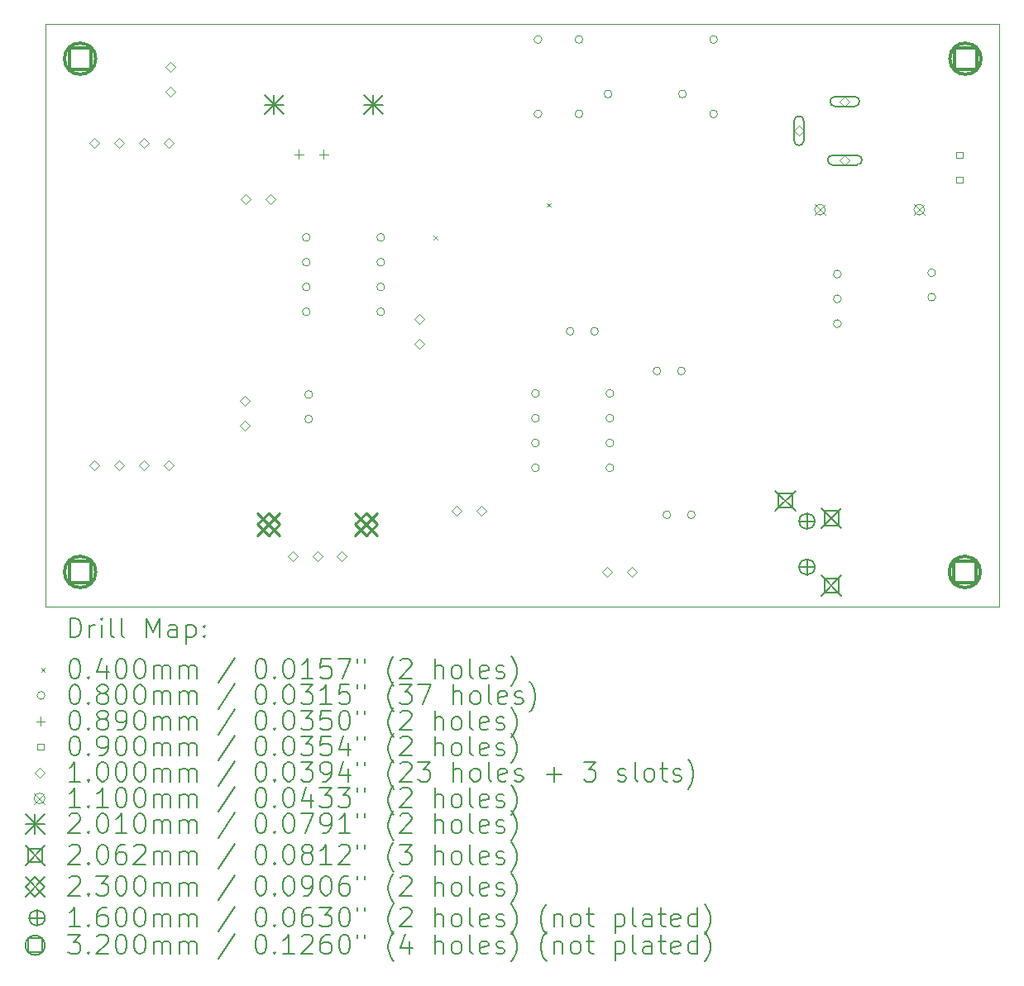
<source format=gbr>
%TF.GenerationSoftware,KiCad,Pcbnew,(6.0.7)*%
%TF.CreationDate,2024-07-20T13:04:05-04:00*%
%TF.ProjectId,DCV v2,44435620-7632-42e6-9b69-6361645f7063,rev?*%
%TF.SameCoordinates,Original*%
%TF.FileFunction,Drillmap*%
%TF.FilePolarity,Positive*%
%FSLAX45Y45*%
G04 Gerber Fmt 4.5, Leading zero omitted, Abs format (unit mm)*
G04 Created by KiCad (PCBNEW (6.0.7)) date 2024-07-20 13:04:05*
%MOMM*%
%LPD*%
G01*
G04 APERTURE LIST*
%ADD10C,0.100000*%
%ADD11C,0.200000*%
%ADD12C,0.040000*%
%ADD13C,0.080000*%
%ADD14C,0.089000*%
%ADD15C,0.090000*%
%ADD16C,0.110000*%
%ADD17C,0.201000*%
%ADD18C,0.206160*%
%ADD19C,0.230000*%
%ADD20C,0.160000*%
%ADD21C,0.320000*%
G04 APERTURE END LIST*
D10*
X19627850Y-11144250D02*
X9861550Y-11144250D01*
X9861550Y-11144250D02*
X9861550Y-5175250D01*
X9861550Y-5175250D02*
X19627850Y-5175250D01*
X19627850Y-5175250D02*
X19627850Y-11144250D01*
D11*
D12*
X13835700Y-7346000D02*
X13875700Y-7386000D01*
X13875700Y-7346000D02*
X13835700Y-7386000D01*
X14996750Y-7010450D02*
X15036750Y-7050450D01*
X15036750Y-7010450D02*
X14996750Y-7050450D01*
D13*
X12572090Y-7360650D02*
G75*
G03*
X12572090Y-7360650I-40000J0D01*
G01*
X12572090Y-7614650D02*
G75*
G03*
X12572090Y-7614650I-40000J0D01*
G01*
X12572090Y-7868650D02*
G75*
G03*
X12572090Y-7868650I-40000J0D01*
G01*
X12572090Y-8122650D02*
G75*
G03*
X12572090Y-8122650I-40000J0D01*
G01*
X12596490Y-8971585D02*
G75*
G03*
X12596490Y-8971585I-40000J0D01*
G01*
X12596490Y-9221585D02*
G75*
G03*
X12596490Y-9221585I-40000J0D01*
G01*
X13334090Y-7360650D02*
G75*
G03*
X13334090Y-7360650I-40000J0D01*
G01*
X13334090Y-7614650D02*
G75*
G03*
X13334090Y-7614650I-40000J0D01*
G01*
X13334090Y-7868650D02*
G75*
G03*
X13334090Y-7868650I-40000J0D01*
G01*
X13334090Y-8122650D02*
G75*
G03*
X13334090Y-8122650I-40000J0D01*
G01*
X14918050Y-8959850D02*
G75*
G03*
X14918050Y-8959850I-40000J0D01*
G01*
X14918050Y-9213850D02*
G75*
G03*
X14918050Y-9213850I-40000J0D01*
G01*
X14918050Y-9467850D02*
G75*
G03*
X14918050Y-9467850I-40000J0D01*
G01*
X14918050Y-9721850D02*
G75*
G03*
X14918050Y-9721850I-40000J0D01*
G01*
X14943450Y-5334000D02*
G75*
G03*
X14943450Y-5334000I-40000J0D01*
G01*
X14943450Y-6096000D02*
G75*
G03*
X14943450Y-6096000I-40000J0D01*
G01*
X15272650Y-8323850D02*
G75*
G03*
X15272650Y-8323850I-40000J0D01*
G01*
X15362550Y-5334000D02*
G75*
G03*
X15362550Y-5334000I-40000J0D01*
G01*
X15362550Y-6096000D02*
G75*
G03*
X15362550Y-6096000I-40000J0D01*
G01*
X15522650Y-8323850D02*
G75*
G03*
X15522650Y-8323850I-40000J0D01*
G01*
X15661000Y-5892800D02*
G75*
G03*
X15661000Y-5892800I-40000J0D01*
G01*
X15680050Y-8959850D02*
G75*
G03*
X15680050Y-8959850I-40000J0D01*
G01*
X15680050Y-9213850D02*
G75*
G03*
X15680050Y-9213850I-40000J0D01*
G01*
X15680050Y-9467850D02*
G75*
G03*
X15680050Y-9467850I-40000J0D01*
G01*
X15680050Y-9721850D02*
G75*
G03*
X15680050Y-9721850I-40000J0D01*
G01*
X16161650Y-8730250D02*
G75*
G03*
X16161650Y-8730250I-40000J0D01*
G01*
X16263250Y-10203450D02*
G75*
G03*
X16263250Y-10203450I-40000J0D01*
G01*
X16411650Y-8730250D02*
G75*
G03*
X16411650Y-8730250I-40000J0D01*
G01*
X16423000Y-5892800D02*
G75*
G03*
X16423000Y-5892800I-40000J0D01*
G01*
X16513250Y-10203450D02*
G75*
G03*
X16513250Y-10203450I-40000J0D01*
G01*
X16740500Y-5334000D02*
G75*
G03*
X16740500Y-5334000I-40000J0D01*
G01*
X16740500Y-6096000D02*
G75*
G03*
X16740500Y-6096000I-40000J0D01*
G01*
X18008150Y-7737700D02*
G75*
G03*
X18008150Y-7737700I-40000J0D01*
G01*
X18008150Y-7991700D02*
G75*
G03*
X18008150Y-7991700I-40000J0D01*
G01*
X18008150Y-8245700D02*
G75*
G03*
X18008150Y-8245700I-40000J0D01*
G01*
X18973350Y-7724035D02*
G75*
G03*
X18973350Y-7724035I-40000J0D01*
G01*
X18973350Y-7974035D02*
G75*
G03*
X18973350Y-7974035I-40000J0D01*
G01*
D14*
X12457430Y-6464400D02*
X12457430Y-6553400D01*
X12412930Y-6508900D02*
X12501930Y-6508900D01*
X12711430Y-6464400D02*
X12711430Y-6553400D01*
X12666930Y-6508900D02*
X12755930Y-6508900D01*
D15*
X19248190Y-6548190D02*
X19248190Y-6484550D01*
X19184550Y-6484550D01*
X19184550Y-6548190D01*
X19248190Y-6548190D01*
X19248190Y-6802190D02*
X19248190Y-6738550D01*
X19184550Y-6738550D01*
X19184550Y-6802190D01*
X19248190Y-6802190D01*
D10*
X10359390Y-9746450D02*
X10409390Y-9696450D01*
X10359390Y-9646450D01*
X10309390Y-9696450D01*
X10359390Y-9746450D01*
X10363990Y-6444450D02*
X10413990Y-6394450D01*
X10363990Y-6344450D01*
X10313990Y-6394450D01*
X10363990Y-6444450D01*
X10613390Y-9746450D02*
X10663390Y-9696450D01*
X10613390Y-9646450D01*
X10563390Y-9696450D01*
X10613390Y-9746450D01*
X10617990Y-6444450D02*
X10667990Y-6394450D01*
X10617990Y-6344450D01*
X10567990Y-6394450D01*
X10617990Y-6444450D01*
X10867390Y-9746450D02*
X10917390Y-9696450D01*
X10867390Y-9646450D01*
X10817390Y-9696450D01*
X10867390Y-9746450D01*
X10871990Y-6444450D02*
X10921990Y-6394450D01*
X10871990Y-6344450D01*
X10821990Y-6394450D01*
X10871990Y-6444450D01*
X11121390Y-9746450D02*
X11171390Y-9696450D01*
X11121390Y-9646450D01*
X11071390Y-9696450D01*
X11121390Y-9746450D01*
X11125990Y-6444450D02*
X11175990Y-6394450D01*
X11125990Y-6344450D01*
X11075990Y-6394450D01*
X11125990Y-6444450D01*
X11144250Y-5662900D02*
X11194250Y-5612900D01*
X11144250Y-5562900D01*
X11094250Y-5612900D01*
X11144250Y-5662900D01*
X11144250Y-5916900D02*
X11194250Y-5866900D01*
X11144250Y-5816900D01*
X11094250Y-5866900D01*
X11144250Y-5916900D01*
X11899900Y-9086550D02*
X11949900Y-9036550D01*
X11899900Y-8986550D01*
X11849900Y-9036550D01*
X11899900Y-9086550D01*
X11899900Y-9340550D02*
X11949900Y-9290550D01*
X11899900Y-9240550D01*
X11849900Y-9290550D01*
X11899900Y-9340550D01*
X11912100Y-7022300D02*
X11962100Y-6972300D01*
X11912100Y-6922300D01*
X11862100Y-6972300D01*
X11912100Y-7022300D01*
X12166100Y-7022300D02*
X12216100Y-6972300D01*
X12166100Y-6922300D01*
X12116100Y-6972300D01*
X12166100Y-7022300D01*
X12395350Y-10678600D02*
X12445350Y-10628600D01*
X12395350Y-10578600D01*
X12345350Y-10628600D01*
X12395350Y-10678600D01*
X12645350Y-10678600D02*
X12695350Y-10628600D01*
X12645350Y-10578600D01*
X12595350Y-10628600D01*
X12645350Y-10678600D01*
X12895350Y-10678600D02*
X12945350Y-10628600D01*
X12895350Y-10578600D01*
X12845350Y-10628600D01*
X12895350Y-10678600D01*
X13690600Y-8247850D02*
X13740600Y-8197850D01*
X13690600Y-8147850D01*
X13640600Y-8197850D01*
X13690600Y-8247850D01*
X13690600Y-8501850D02*
X13740600Y-8451850D01*
X13690600Y-8401850D01*
X13640600Y-8451850D01*
X13690600Y-8501850D01*
X14071600Y-10210000D02*
X14121600Y-10160000D01*
X14071600Y-10110000D01*
X14021600Y-10160000D01*
X14071600Y-10210000D01*
X14325600Y-10210000D02*
X14375600Y-10160000D01*
X14325600Y-10110000D01*
X14275600Y-10160000D01*
X14325600Y-10210000D01*
X15614150Y-10838650D02*
X15664150Y-10788650D01*
X15614150Y-10738650D01*
X15564150Y-10788650D01*
X15614150Y-10838650D01*
X15868150Y-10838650D02*
X15918150Y-10788650D01*
X15868150Y-10738650D01*
X15818150Y-10788650D01*
X15868150Y-10838650D01*
X17574350Y-6319300D02*
X17624350Y-6269300D01*
X17574350Y-6219300D01*
X17524350Y-6269300D01*
X17574350Y-6319300D01*
D11*
X17624350Y-6369300D02*
X17624350Y-6169300D01*
X17524350Y-6369300D02*
X17524350Y-6169300D01*
X17624350Y-6169300D02*
G75*
G03*
X17524350Y-6169300I-50000J0D01*
G01*
X17524350Y-6369300D02*
G75*
G03*
X17624350Y-6369300I50000J0D01*
G01*
D10*
X18044350Y-6019300D02*
X18094350Y-5969300D01*
X18044350Y-5919300D01*
X17994350Y-5969300D01*
X18044350Y-6019300D01*
D11*
X17944350Y-6019300D02*
X18144350Y-6019300D01*
X17944350Y-5919300D02*
X18144350Y-5919300D01*
X18144350Y-6019300D02*
G75*
G03*
X18144350Y-5919300I0J50000D01*
G01*
X17944350Y-5919300D02*
G75*
G03*
X17944350Y-6019300I0J-50000D01*
G01*
D10*
X18044350Y-6619300D02*
X18094350Y-6569300D01*
X18044350Y-6519300D01*
X17994350Y-6569300D01*
X18044350Y-6619300D01*
D11*
X17919350Y-6619300D02*
X18169350Y-6619300D01*
X17919350Y-6519300D02*
X18169350Y-6519300D01*
X18169350Y-6619300D02*
G75*
G03*
X18169350Y-6519300I0J50000D01*
G01*
X17919350Y-6519300D02*
G75*
G03*
X17919350Y-6619300I0J-50000D01*
G01*
D16*
X17735350Y-7022300D02*
X17845350Y-7132300D01*
X17845350Y-7022300D02*
X17735350Y-7132300D01*
X17845350Y-7077300D02*
G75*
G03*
X17845350Y-7077300I-55000J0D01*
G01*
X18751350Y-7022300D02*
X18861350Y-7132300D01*
X18861350Y-7022300D02*
X18751350Y-7132300D01*
X18861350Y-7077300D02*
G75*
G03*
X18861350Y-7077300I-55000J0D01*
G01*
D17*
X12102930Y-5900400D02*
X12303930Y-6101400D01*
X12303930Y-5900400D02*
X12102930Y-6101400D01*
X12203430Y-5900400D02*
X12203430Y-6101400D01*
X12102930Y-6000900D02*
X12303930Y-6000900D01*
X13118930Y-5900400D02*
X13319930Y-6101400D01*
X13319930Y-5900400D02*
X13118930Y-6101400D01*
X13219430Y-5900400D02*
X13219430Y-6101400D01*
X13118930Y-6000900D02*
X13319930Y-6000900D01*
D18*
X17333970Y-9955470D02*
X17540130Y-10161630D01*
X17540130Y-9955470D02*
X17333970Y-10161630D01*
X17509939Y-10131439D02*
X17509939Y-9985661D01*
X17364161Y-9985661D01*
X17364161Y-10131439D01*
X17509939Y-10131439D01*
X17803970Y-10135470D02*
X18010130Y-10341630D01*
X18010130Y-10135470D02*
X17803970Y-10341630D01*
X17979939Y-10311439D02*
X17979939Y-10165661D01*
X17834161Y-10165661D01*
X17834161Y-10311439D01*
X17979939Y-10311439D01*
X17803970Y-10825470D02*
X18010130Y-11031630D01*
X18010130Y-10825470D02*
X17803970Y-11031630D01*
X17979939Y-11001439D02*
X17979939Y-10855661D01*
X17834161Y-10855661D01*
X17834161Y-11001439D01*
X17979939Y-11001439D01*
D19*
X12030350Y-10183600D02*
X12260350Y-10413600D01*
X12260350Y-10183600D02*
X12030350Y-10413600D01*
X12145350Y-10413600D02*
X12260350Y-10298600D01*
X12145350Y-10183600D01*
X12030350Y-10298600D01*
X12145350Y-10413600D01*
X13030350Y-10183600D02*
X13260350Y-10413600D01*
X13260350Y-10183600D02*
X13030350Y-10413600D01*
X13145350Y-10413600D02*
X13260350Y-10298600D01*
X13145350Y-10183600D01*
X13030350Y-10298600D01*
X13145350Y-10413600D01*
D20*
X17657050Y-10188550D02*
X17657050Y-10348550D01*
X17577050Y-10268550D02*
X17737050Y-10268550D01*
X17737050Y-10268550D02*
G75*
G03*
X17737050Y-10268550I-80000J0D01*
G01*
X17657050Y-10658550D02*
X17657050Y-10818550D01*
X17577050Y-10738550D02*
X17737050Y-10738550D01*
X17737050Y-10738550D02*
G75*
G03*
X17737050Y-10738550I-80000J0D01*
G01*
D21*
X10330288Y-5643988D02*
X10330288Y-5417712D01*
X10104012Y-5417712D01*
X10104012Y-5643988D01*
X10330288Y-5643988D01*
X10377150Y-5530850D02*
G75*
G03*
X10377150Y-5530850I-160000J0D01*
G01*
X10330288Y-10901788D02*
X10330288Y-10675512D01*
X10104012Y-10675512D01*
X10104012Y-10901788D01*
X10330288Y-10901788D01*
X10377150Y-10788650D02*
G75*
G03*
X10377150Y-10788650I-160000J0D01*
G01*
X19385388Y-10901788D02*
X19385388Y-10675512D01*
X19159112Y-10675512D01*
X19159112Y-10901788D01*
X19385388Y-10901788D01*
X19432250Y-10788650D02*
G75*
G03*
X19432250Y-10788650I-160000J0D01*
G01*
X19391738Y-5643988D02*
X19391738Y-5417712D01*
X19165462Y-5417712D01*
X19165462Y-5643988D01*
X19391738Y-5643988D01*
X19438600Y-5530850D02*
G75*
G03*
X19438600Y-5530850I-160000J0D01*
G01*
D11*
X10114169Y-11459726D02*
X10114169Y-11259726D01*
X10161788Y-11259726D01*
X10190360Y-11269250D01*
X10209407Y-11288298D01*
X10218931Y-11307345D01*
X10228455Y-11345440D01*
X10228455Y-11374012D01*
X10218931Y-11412107D01*
X10209407Y-11431155D01*
X10190360Y-11450202D01*
X10161788Y-11459726D01*
X10114169Y-11459726D01*
X10314169Y-11459726D02*
X10314169Y-11326393D01*
X10314169Y-11364488D02*
X10323693Y-11345440D01*
X10333217Y-11335917D01*
X10352264Y-11326393D01*
X10371312Y-11326393D01*
X10437979Y-11459726D02*
X10437979Y-11326393D01*
X10437979Y-11259726D02*
X10428455Y-11269250D01*
X10437979Y-11278774D01*
X10447502Y-11269250D01*
X10437979Y-11259726D01*
X10437979Y-11278774D01*
X10561788Y-11459726D02*
X10542740Y-11450202D01*
X10533217Y-11431155D01*
X10533217Y-11259726D01*
X10666550Y-11459726D02*
X10647502Y-11450202D01*
X10637979Y-11431155D01*
X10637979Y-11259726D01*
X10895121Y-11459726D02*
X10895121Y-11259726D01*
X10961788Y-11402583D01*
X11028455Y-11259726D01*
X11028455Y-11459726D01*
X11209407Y-11459726D02*
X11209407Y-11354964D01*
X11199883Y-11335917D01*
X11180836Y-11326393D01*
X11142740Y-11326393D01*
X11123693Y-11335917D01*
X11209407Y-11450202D02*
X11190359Y-11459726D01*
X11142740Y-11459726D01*
X11123693Y-11450202D01*
X11114169Y-11431155D01*
X11114169Y-11412107D01*
X11123693Y-11393059D01*
X11142740Y-11383536D01*
X11190359Y-11383536D01*
X11209407Y-11374012D01*
X11304645Y-11326393D02*
X11304645Y-11526393D01*
X11304645Y-11335917D02*
X11323693Y-11326393D01*
X11361788Y-11326393D01*
X11380836Y-11335917D01*
X11390359Y-11345440D01*
X11399883Y-11364488D01*
X11399883Y-11421631D01*
X11390359Y-11440678D01*
X11380836Y-11450202D01*
X11361788Y-11459726D01*
X11323693Y-11459726D01*
X11304645Y-11450202D01*
X11485598Y-11440678D02*
X11495121Y-11450202D01*
X11485598Y-11459726D01*
X11476074Y-11450202D01*
X11485598Y-11440678D01*
X11485598Y-11459726D01*
X11485598Y-11335917D02*
X11495121Y-11345440D01*
X11485598Y-11354964D01*
X11476074Y-11345440D01*
X11485598Y-11335917D01*
X11485598Y-11354964D01*
D12*
X9816550Y-11769250D02*
X9856550Y-11809250D01*
X9856550Y-11769250D02*
X9816550Y-11809250D01*
D11*
X10152264Y-11679726D02*
X10171312Y-11679726D01*
X10190360Y-11689250D01*
X10199883Y-11698774D01*
X10209407Y-11717821D01*
X10218931Y-11755917D01*
X10218931Y-11803536D01*
X10209407Y-11841631D01*
X10199883Y-11860678D01*
X10190360Y-11870202D01*
X10171312Y-11879726D01*
X10152264Y-11879726D01*
X10133217Y-11870202D01*
X10123693Y-11860678D01*
X10114169Y-11841631D01*
X10104645Y-11803536D01*
X10104645Y-11755917D01*
X10114169Y-11717821D01*
X10123693Y-11698774D01*
X10133217Y-11689250D01*
X10152264Y-11679726D01*
X10304645Y-11860678D02*
X10314169Y-11870202D01*
X10304645Y-11879726D01*
X10295121Y-11870202D01*
X10304645Y-11860678D01*
X10304645Y-11879726D01*
X10485598Y-11746393D02*
X10485598Y-11879726D01*
X10437979Y-11670202D02*
X10390360Y-11813059D01*
X10514169Y-11813059D01*
X10628455Y-11679726D02*
X10647502Y-11679726D01*
X10666550Y-11689250D01*
X10676074Y-11698774D01*
X10685598Y-11717821D01*
X10695121Y-11755917D01*
X10695121Y-11803536D01*
X10685598Y-11841631D01*
X10676074Y-11860678D01*
X10666550Y-11870202D01*
X10647502Y-11879726D01*
X10628455Y-11879726D01*
X10609407Y-11870202D01*
X10599883Y-11860678D01*
X10590360Y-11841631D01*
X10580836Y-11803536D01*
X10580836Y-11755917D01*
X10590360Y-11717821D01*
X10599883Y-11698774D01*
X10609407Y-11689250D01*
X10628455Y-11679726D01*
X10818931Y-11679726D02*
X10837979Y-11679726D01*
X10857026Y-11689250D01*
X10866550Y-11698774D01*
X10876074Y-11717821D01*
X10885598Y-11755917D01*
X10885598Y-11803536D01*
X10876074Y-11841631D01*
X10866550Y-11860678D01*
X10857026Y-11870202D01*
X10837979Y-11879726D01*
X10818931Y-11879726D01*
X10799883Y-11870202D01*
X10790360Y-11860678D01*
X10780836Y-11841631D01*
X10771312Y-11803536D01*
X10771312Y-11755917D01*
X10780836Y-11717821D01*
X10790360Y-11698774D01*
X10799883Y-11689250D01*
X10818931Y-11679726D01*
X10971312Y-11879726D02*
X10971312Y-11746393D01*
X10971312Y-11765440D02*
X10980836Y-11755917D01*
X10999883Y-11746393D01*
X11028455Y-11746393D01*
X11047502Y-11755917D01*
X11057026Y-11774964D01*
X11057026Y-11879726D01*
X11057026Y-11774964D02*
X11066550Y-11755917D01*
X11085598Y-11746393D01*
X11114169Y-11746393D01*
X11133217Y-11755917D01*
X11142740Y-11774964D01*
X11142740Y-11879726D01*
X11237978Y-11879726D02*
X11237978Y-11746393D01*
X11237978Y-11765440D02*
X11247502Y-11755917D01*
X11266550Y-11746393D01*
X11295121Y-11746393D01*
X11314169Y-11755917D01*
X11323693Y-11774964D01*
X11323693Y-11879726D01*
X11323693Y-11774964D02*
X11333217Y-11755917D01*
X11352264Y-11746393D01*
X11380836Y-11746393D01*
X11399883Y-11755917D01*
X11409407Y-11774964D01*
X11409407Y-11879726D01*
X11799883Y-11670202D02*
X11628455Y-11927345D01*
X12057026Y-11679726D02*
X12076074Y-11679726D01*
X12095121Y-11689250D01*
X12104645Y-11698774D01*
X12114169Y-11717821D01*
X12123693Y-11755917D01*
X12123693Y-11803536D01*
X12114169Y-11841631D01*
X12104645Y-11860678D01*
X12095121Y-11870202D01*
X12076074Y-11879726D01*
X12057026Y-11879726D01*
X12037978Y-11870202D01*
X12028455Y-11860678D01*
X12018931Y-11841631D01*
X12009407Y-11803536D01*
X12009407Y-11755917D01*
X12018931Y-11717821D01*
X12028455Y-11698774D01*
X12037978Y-11689250D01*
X12057026Y-11679726D01*
X12209407Y-11860678D02*
X12218931Y-11870202D01*
X12209407Y-11879726D01*
X12199883Y-11870202D01*
X12209407Y-11860678D01*
X12209407Y-11879726D01*
X12342740Y-11679726D02*
X12361788Y-11679726D01*
X12380836Y-11689250D01*
X12390359Y-11698774D01*
X12399883Y-11717821D01*
X12409407Y-11755917D01*
X12409407Y-11803536D01*
X12399883Y-11841631D01*
X12390359Y-11860678D01*
X12380836Y-11870202D01*
X12361788Y-11879726D01*
X12342740Y-11879726D01*
X12323693Y-11870202D01*
X12314169Y-11860678D01*
X12304645Y-11841631D01*
X12295121Y-11803536D01*
X12295121Y-11755917D01*
X12304645Y-11717821D01*
X12314169Y-11698774D01*
X12323693Y-11689250D01*
X12342740Y-11679726D01*
X12599883Y-11879726D02*
X12485598Y-11879726D01*
X12542740Y-11879726D02*
X12542740Y-11679726D01*
X12523693Y-11708298D01*
X12504645Y-11727345D01*
X12485598Y-11736869D01*
X12780836Y-11679726D02*
X12685598Y-11679726D01*
X12676074Y-11774964D01*
X12685598Y-11765440D01*
X12704645Y-11755917D01*
X12752264Y-11755917D01*
X12771312Y-11765440D01*
X12780836Y-11774964D01*
X12790359Y-11794012D01*
X12790359Y-11841631D01*
X12780836Y-11860678D01*
X12771312Y-11870202D01*
X12752264Y-11879726D01*
X12704645Y-11879726D01*
X12685598Y-11870202D01*
X12676074Y-11860678D01*
X12857026Y-11679726D02*
X12990359Y-11679726D01*
X12904645Y-11879726D01*
X13057026Y-11679726D02*
X13057026Y-11717821D01*
X13133217Y-11679726D02*
X13133217Y-11717821D01*
X13428455Y-11955917D02*
X13418931Y-11946393D01*
X13399883Y-11917821D01*
X13390359Y-11898774D01*
X13380836Y-11870202D01*
X13371312Y-11822583D01*
X13371312Y-11784488D01*
X13380836Y-11736869D01*
X13390359Y-11708298D01*
X13399883Y-11689250D01*
X13418931Y-11660678D01*
X13428455Y-11651155D01*
X13495121Y-11698774D02*
X13504645Y-11689250D01*
X13523693Y-11679726D01*
X13571312Y-11679726D01*
X13590359Y-11689250D01*
X13599883Y-11698774D01*
X13609407Y-11717821D01*
X13609407Y-11736869D01*
X13599883Y-11765440D01*
X13485598Y-11879726D01*
X13609407Y-11879726D01*
X13847502Y-11879726D02*
X13847502Y-11679726D01*
X13933217Y-11879726D02*
X13933217Y-11774964D01*
X13923693Y-11755917D01*
X13904645Y-11746393D01*
X13876074Y-11746393D01*
X13857026Y-11755917D01*
X13847502Y-11765440D01*
X14057026Y-11879726D02*
X14037978Y-11870202D01*
X14028455Y-11860678D01*
X14018931Y-11841631D01*
X14018931Y-11784488D01*
X14028455Y-11765440D01*
X14037978Y-11755917D01*
X14057026Y-11746393D01*
X14085598Y-11746393D01*
X14104645Y-11755917D01*
X14114169Y-11765440D01*
X14123693Y-11784488D01*
X14123693Y-11841631D01*
X14114169Y-11860678D01*
X14104645Y-11870202D01*
X14085598Y-11879726D01*
X14057026Y-11879726D01*
X14237978Y-11879726D02*
X14218931Y-11870202D01*
X14209407Y-11851155D01*
X14209407Y-11679726D01*
X14390359Y-11870202D02*
X14371312Y-11879726D01*
X14333217Y-11879726D01*
X14314169Y-11870202D01*
X14304645Y-11851155D01*
X14304645Y-11774964D01*
X14314169Y-11755917D01*
X14333217Y-11746393D01*
X14371312Y-11746393D01*
X14390359Y-11755917D01*
X14399883Y-11774964D01*
X14399883Y-11794012D01*
X14304645Y-11813059D01*
X14476074Y-11870202D02*
X14495121Y-11879726D01*
X14533217Y-11879726D01*
X14552264Y-11870202D01*
X14561788Y-11851155D01*
X14561788Y-11841631D01*
X14552264Y-11822583D01*
X14533217Y-11813059D01*
X14504645Y-11813059D01*
X14485598Y-11803536D01*
X14476074Y-11784488D01*
X14476074Y-11774964D01*
X14485598Y-11755917D01*
X14504645Y-11746393D01*
X14533217Y-11746393D01*
X14552264Y-11755917D01*
X14628455Y-11955917D02*
X14637978Y-11946393D01*
X14657026Y-11917821D01*
X14666550Y-11898774D01*
X14676074Y-11870202D01*
X14685598Y-11822583D01*
X14685598Y-11784488D01*
X14676074Y-11736869D01*
X14666550Y-11708298D01*
X14657026Y-11689250D01*
X14637978Y-11660678D01*
X14628455Y-11651155D01*
D13*
X9856550Y-12053250D02*
G75*
G03*
X9856550Y-12053250I-40000J0D01*
G01*
D11*
X10152264Y-11943726D02*
X10171312Y-11943726D01*
X10190360Y-11953250D01*
X10199883Y-11962774D01*
X10209407Y-11981821D01*
X10218931Y-12019917D01*
X10218931Y-12067536D01*
X10209407Y-12105631D01*
X10199883Y-12124678D01*
X10190360Y-12134202D01*
X10171312Y-12143726D01*
X10152264Y-12143726D01*
X10133217Y-12134202D01*
X10123693Y-12124678D01*
X10114169Y-12105631D01*
X10104645Y-12067536D01*
X10104645Y-12019917D01*
X10114169Y-11981821D01*
X10123693Y-11962774D01*
X10133217Y-11953250D01*
X10152264Y-11943726D01*
X10304645Y-12124678D02*
X10314169Y-12134202D01*
X10304645Y-12143726D01*
X10295121Y-12134202D01*
X10304645Y-12124678D01*
X10304645Y-12143726D01*
X10428455Y-12029440D02*
X10409407Y-12019917D01*
X10399883Y-12010393D01*
X10390360Y-11991345D01*
X10390360Y-11981821D01*
X10399883Y-11962774D01*
X10409407Y-11953250D01*
X10428455Y-11943726D01*
X10466550Y-11943726D01*
X10485598Y-11953250D01*
X10495121Y-11962774D01*
X10504645Y-11981821D01*
X10504645Y-11991345D01*
X10495121Y-12010393D01*
X10485598Y-12019917D01*
X10466550Y-12029440D01*
X10428455Y-12029440D01*
X10409407Y-12038964D01*
X10399883Y-12048488D01*
X10390360Y-12067536D01*
X10390360Y-12105631D01*
X10399883Y-12124678D01*
X10409407Y-12134202D01*
X10428455Y-12143726D01*
X10466550Y-12143726D01*
X10485598Y-12134202D01*
X10495121Y-12124678D01*
X10504645Y-12105631D01*
X10504645Y-12067536D01*
X10495121Y-12048488D01*
X10485598Y-12038964D01*
X10466550Y-12029440D01*
X10628455Y-11943726D02*
X10647502Y-11943726D01*
X10666550Y-11953250D01*
X10676074Y-11962774D01*
X10685598Y-11981821D01*
X10695121Y-12019917D01*
X10695121Y-12067536D01*
X10685598Y-12105631D01*
X10676074Y-12124678D01*
X10666550Y-12134202D01*
X10647502Y-12143726D01*
X10628455Y-12143726D01*
X10609407Y-12134202D01*
X10599883Y-12124678D01*
X10590360Y-12105631D01*
X10580836Y-12067536D01*
X10580836Y-12019917D01*
X10590360Y-11981821D01*
X10599883Y-11962774D01*
X10609407Y-11953250D01*
X10628455Y-11943726D01*
X10818931Y-11943726D02*
X10837979Y-11943726D01*
X10857026Y-11953250D01*
X10866550Y-11962774D01*
X10876074Y-11981821D01*
X10885598Y-12019917D01*
X10885598Y-12067536D01*
X10876074Y-12105631D01*
X10866550Y-12124678D01*
X10857026Y-12134202D01*
X10837979Y-12143726D01*
X10818931Y-12143726D01*
X10799883Y-12134202D01*
X10790360Y-12124678D01*
X10780836Y-12105631D01*
X10771312Y-12067536D01*
X10771312Y-12019917D01*
X10780836Y-11981821D01*
X10790360Y-11962774D01*
X10799883Y-11953250D01*
X10818931Y-11943726D01*
X10971312Y-12143726D02*
X10971312Y-12010393D01*
X10971312Y-12029440D02*
X10980836Y-12019917D01*
X10999883Y-12010393D01*
X11028455Y-12010393D01*
X11047502Y-12019917D01*
X11057026Y-12038964D01*
X11057026Y-12143726D01*
X11057026Y-12038964D02*
X11066550Y-12019917D01*
X11085598Y-12010393D01*
X11114169Y-12010393D01*
X11133217Y-12019917D01*
X11142740Y-12038964D01*
X11142740Y-12143726D01*
X11237978Y-12143726D02*
X11237978Y-12010393D01*
X11237978Y-12029440D02*
X11247502Y-12019917D01*
X11266550Y-12010393D01*
X11295121Y-12010393D01*
X11314169Y-12019917D01*
X11323693Y-12038964D01*
X11323693Y-12143726D01*
X11323693Y-12038964D02*
X11333217Y-12019917D01*
X11352264Y-12010393D01*
X11380836Y-12010393D01*
X11399883Y-12019917D01*
X11409407Y-12038964D01*
X11409407Y-12143726D01*
X11799883Y-11934202D02*
X11628455Y-12191345D01*
X12057026Y-11943726D02*
X12076074Y-11943726D01*
X12095121Y-11953250D01*
X12104645Y-11962774D01*
X12114169Y-11981821D01*
X12123693Y-12019917D01*
X12123693Y-12067536D01*
X12114169Y-12105631D01*
X12104645Y-12124678D01*
X12095121Y-12134202D01*
X12076074Y-12143726D01*
X12057026Y-12143726D01*
X12037978Y-12134202D01*
X12028455Y-12124678D01*
X12018931Y-12105631D01*
X12009407Y-12067536D01*
X12009407Y-12019917D01*
X12018931Y-11981821D01*
X12028455Y-11962774D01*
X12037978Y-11953250D01*
X12057026Y-11943726D01*
X12209407Y-12124678D02*
X12218931Y-12134202D01*
X12209407Y-12143726D01*
X12199883Y-12134202D01*
X12209407Y-12124678D01*
X12209407Y-12143726D01*
X12342740Y-11943726D02*
X12361788Y-11943726D01*
X12380836Y-11953250D01*
X12390359Y-11962774D01*
X12399883Y-11981821D01*
X12409407Y-12019917D01*
X12409407Y-12067536D01*
X12399883Y-12105631D01*
X12390359Y-12124678D01*
X12380836Y-12134202D01*
X12361788Y-12143726D01*
X12342740Y-12143726D01*
X12323693Y-12134202D01*
X12314169Y-12124678D01*
X12304645Y-12105631D01*
X12295121Y-12067536D01*
X12295121Y-12019917D01*
X12304645Y-11981821D01*
X12314169Y-11962774D01*
X12323693Y-11953250D01*
X12342740Y-11943726D01*
X12476074Y-11943726D02*
X12599883Y-11943726D01*
X12533217Y-12019917D01*
X12561788Y-12019917D01*
X12580836Y-12029440D01*
X12590359Y-12038964D01*
X12599883Y-12058012D01*
X12599883Y-12105631D01*
X12590359Y-12124678D01*
X12580836Y-12134202D01*
X12561788Y-12143726D01*
X12504645Y-12143726D01*
X12485598Y-12134202D01*
X12476074Y-12124678D01*
X12790359Y-12143726D02*
X12676074Y-12143726D01*
X12733217Y-12143726D02*
X12733217Y-11943726D01*
X12714169Y-11972298D01*
X12695121Y-11991345D01*
X12676074Y-12000869D01*
X12971312Y-11943726D02*
X12876074Y-11943726D01*
X12866550Y-12038964D01*
X12876074Y-12029440D01*
X12895121Y-12019917D01*
X12942740Y-12019917D01*
X12961788Y-12029440D01*
X12971312Y-12038964D01*
X12980836Y-12058012D01*
X12980836Y-12105631D01*
X12971312Y-12124678D01*
X12961788Y-12134202D01*
X12942740Y-12143726D01*
X12895121Y-12143726D01*
X12876074Y-12134202D01*
X12866550Y-12124678D01*
X13057026Y-11943726D02*
X13057026Y-11981821D01*
X13133217Y-11943726D02*
X13133217Y-11981821D01*
X13428455Y-12219917D02*
X13418931Y-12210393D01*
X13399883Y-12181821D01*
X13390359Y-12162774D01*
X13380836Y-12134202D01*
X13371312Y-12086583D01*
X13371312Y-12048488D01*
X13380836Y-12000869D01*
X13390359Y-11972298D01*
X13399883Y-11953250D01*
X13418931Y-11924678D01*
X13428455Y-11915155D01*
X13485598Y-11943726D02*
X13609407Y-11943726D01*
X13542740Y-12019917D01*
X13571312Y-12019917D01*
X13590359Y-12029440D01*
X13599883Y-12038964D01*
X13609407Y-12058012D01*
X13609407Y-12105631D01*
X13599883Y-12124678D01*
X13590359Y-12134202D01*
X13571312Y-12143726D01*
X13514169Y-12143726D01*
X13495121Y-12134202D01*
X13485598Y-12124678D01*
X13676074Y-11943726D02*
X13809407Y-11943726D01*
X13723693Y-12143726D01*
X14037978Y-12143726D02*
X14037978Y-11943726D01*
X14123693Y-12143726D02*
X14123693Y-12038964D01*
X14114169Y-12019917D01*
X14095121Y-12010393D01*
X14066550Y-12010393D01*
X14047502Y-12019917D01*
X14037978Y-12029440D01*
X14247502Y-12143726D02*
X14228455Y-12134202D01*
X14218931Y-12124678D01*
X14209407Y-12105631D01*
X14209407Y-12048488D01*
X14218931Y-12029440D01*
X14228455Y-12019917D01*
X14247502Y-12010393D01*
X14276074Y-12010393D01*
X14295121Y-12019917D01*
X14304645Y-12029440D01*
X14314169Y-12048488D01*
X14314169Y-12105631D01*
X14304645Y-12124678D01*
X14295121Y-12134202D01*
X14276074Y-12143726D01*
X14247502Y-12143726D01*
X14428455Y-12143726D02*
X14409407Y-12134202D01*
X14399883Y-12115155D01*
X14399883Y-11943726D01*
X14580836Y-12134202D02*
X14561788Y-12143726D01*
X14523693Y-12143726D01*
X14504645Y-12134202D01*
X14495121Y-12115155D01*
X14495121Y-12038964D01*
X14504645Y-12019917D01*
X14523693Y-12010393D01*
X14561788Y-12010393D01*
X14580836Y-12019917D01*
X14590359Y-12038964D01*
X14590359Y-12058012D01*
X14495121Y-12077059D01*
X14666550Y-12134202D02*
X14685598Y-12143726D01*
X14723693Y-12143726D01*
X14742740Y-12134202D01*
X14752264Y-12115155D01*
X14752264Y-12105631D01*
X14742740Y-12086583D01*
X14723693Y-12077059D01*
X14695121Y-12077059D01*
X14676074Y-12067536D01*
X14666550Y-12048488D01*
X14666550Y-12038964D01*
X14676074Y-12019917D01*
X14695121Y-12010393D01*
X14723693Y-12010393D01*
X14742740Y-12019917D01*
X14818931Y-12219917D02*
X14828455Y-12210393D01*
X14847502Y-12181821D01*
X14857026Y-12162774D01*
X14866550Y-12134202D01*
X14876074Y-12086583D01*
X14876074Y-12048488D01*
X14866550Y-12000869D01*
X14857026Y-11972298D01*
X14847502Y-11953250D01*
X14828455Y-11924678D01*
X14818931Y-11915155D01*
D14*
X9812050Y-12272750D02*
X9812050Y-12361750D01*
X9767550Y-12317250D02*
X9856550Y-12317250D01*
D11*
X10152264Y-12207726D02*
X10171312Y-12207726D01*
X10190360Y-12217250D01*
X10199883Y-12226774D01*
X10209407Y-12245821D01*
X10218931Y-12283917D01*
X10218931Y-12331536D01*
X10209407Y-12369631D01*
X10199883Y-12388678D01*
X10190360Y-12398202D01*
X10171312Y-12407726D01*
X10152264Y-12407726D01*
X10133217Y-12398202D01*
X10123693Y-12388678D01*
X10114169Y-12369631D01*
X10104645Y-12331536D01*
X10104645Y-12283917D01*
X10114169Y-12245821D01*
X10123693Y-12226774D01*
X10133217Y-12217250D01*
X10152264Y-12207726D01*
X10304645Y-12388678D02*
X10314169Y-12398202D01*
X10304645Y-12407726D01*
X10295121Y-12398202D01*
X10304645Y-12388678D01*
X10304645Y-12407726D01*
X10428455Y-12293440D02*
X10409407Y-12283917D01*
X10399883Y-12274393D01*
X10390360Y-12255345D01*
X10390360Y-12245821D01*
X10399883Y-12226774D01*
X10409407Y-12217250D01*
X10428455Y-12207726D01*
X10466550Y-12207726D01*
X10485598Y-12217250D01*
X10495121Y-12226774D01*
X10504645Y-12245821D01*
X10504645Y-12255345D01*
X10495121Y-12274393D01*
X10485598Y-12283917D01*
X10466550Y-12293440D01*
X10428455Y-12293440D01*
X10409407Y-12302964D01*
X10399883Y-12312488D01*
X10390360Y-12331536D01*
X10390360Y-12369631D01*
X10399883Y-12388678D01*
X10409407Y-12398202D01*
X10428455Y-12407726D01*
X10466550Y-12407726D01*
X10485598Y-12398202D01*
X10495121Y-12388678D01*
X10504645Y-12369631D01*
X10504645Y-12331536D01*
X10495121Y-12312488D01*
X10485598Y-12302964D01*
X10466550Y-12293440D01*
X10599883Y-12407726D02*
X10637979Y-12407726D01*
X10657026Y-12398202D01*
X10666550Y-12388678D01*
X10685598Y-12360107D01*
X10695121Y-12322012D01*
X10695121Y-12245821D01*
X10685598Y-12226774D01*
X10676074Y-12217250D01*
X10657026Y-12207726D01*
X10618931Y-12207726D01*
X10599883Y-12217250D01*
X10590360Y-12226774D01*
X10580836Y-12245821D01*
X10580836Y-12293440D01*
X10590360Y-12312488D01*
X10599883Y-12322012D01*
X10618931Y-12331536D01*
X10657026Y-12331536D01*
X10676074Y-12322012D01*
X10685598Y-12312488D01*
X10695121Y-12293440D01*
X10818931Y-12207726D02*
X10837979Y-12207726D01*
X10857026Y-12217250D01*
X10866550Y-12226774D01*
X10876074Y-12245821D01*
X10885598Y-12283917D01*
X10885598Y-12331536D01*
X10876074Y-12369631D01*
X10866550Y-12388678D01*
X10857026Y-12398202D01*
X10837979Y-12407726D01*
X10818931Y-12407726D01*
X10799883Y-12398202D01*
X10790360Y-12388678D01*
X10780836Y-12369631D01*
X10771312Y-12331536D01*
X10771312Y-12283917D01*
X10780836Y-12245821D01*
X10790360Y-12226774D01*
X10799883Y-12217250D01*
X10818931Y-12207726D01*
X10971312Y-12407726D02*
X10971312Y-12274393D01*
X10971312Y-12293440D02*
X10980836Y-12283917D01*
X10999883Y-12274393D01*
X11028455Y-12274393D01*
X11047502Y-12283917D01*
X11057026Y-12302964D01*
X11057026Y-12407726D01*
X11057026Y-12302964D02*
X11066550Y-12283917D01*
X11085598Y-12274393D01*
X11114169Y-12274393D01*
X11133217Y-12283917D01*
X11142740Y-12302964D01*
X11142740Y-12407726D01*
X11237978Y-12407726D02*
X11237978Y-12274393D01*
X11237978Y-12293440D02*
X11247502Y-12283917D01*
X11266550Y-12274393D01*
X11295121Y-12274393D01*
X11314169Y-12283917D01*
X11323693Y-12302964D01*
X11323693Y-12407726D01*
X11323693Y-12302964D02*
X11333217Y-12283917D01*
X11352264Y-12274393D01*
X11380836Y-12274393D01*
X11399883Y-12283917D01*
X11409407Y-12302964D01*
X11409407Y-12407726D01*
X11799883Y-12198202D02*
X11628455Y-12455345D01*
X12057026Y-12207726D02*
X12076074Y-12207726D01*
X12095121Y-12217250D01*
X12104645Y-12226774D01*
X12114169Y-12245821D01*
X12123693Y-12283917D01*
X12123693Y-12331536D01*
X12114169Y-12369631D01*
X12104645Y-12388678D01*
X12095121Y-12398202D01*
X12076074Y-12407726D01*
X12057026Y-12407726D01*
X12037978Y-12398202D01*
X12028455Y-12388678D01*
X12018931Y-12369631D01*
X12009407Y-12331536D01*
X12009407Y-12283917D01*
X12018931Y-12245821D01*
X12028455Y-12226774D01*
X12037978Y-12217250D01*
X12057026Y-12207726D01*
X12209407Y-12388678D02*
X12218931Y-12398202D01*
X12209407Y-12407726D01*
X12199883Y-12398202D01*
X12209407Y-12388678D01*
X12209407Y-12407726D01*
X12342740Y-12207726D02*
X12361788Y-12207726D01*
X12380836Y-12217250D01*
X12390359Y-12226774D01*
X12399883Y-12245821D01*
X12409407Y-12283917D01*
X12409407Y-12331536D01*
X12399883Y-12369631D01*
X12390359Y-12388678D01*
X12380836Y-12398202D01*
X12361788Y-12407726D01*
X12342740Y-12407726D01*
X12323693Y-12398202D01*
X12314169Y-12388678D01*
X12304645Y-12369631D01*
X12295121Y-12331536D01*
X12295121Y-12283917D01*
X12304645Y-12245821D01*
X12314169Y-12226774D01*
X12323693Y-12217250D01*
X12342740Y-12207726D01*
X12476074Y-12207726D02*
X12599883Y-12207726D01*
X12533217Y-12283917D01*
X12561788Y-12283917D01*
X12580836Y-12293440D01*
X12590359Y-12302964D01*
X12599883Y-12322012D01*
X12599883Y-12369631D01*
X12590359Y-12388678D01*
X12580836Y-12398202D01*
X12561788Y-12407726D01*
X12504645Y-12407726D01*
X12485598Y-12398202D01*
X12476074Y-12388678D01*
X12780836Y-12207726D02*
X12685598Y-12207726D01*
X12676074Y-12302964D01*
X12685598Y-12293440D01*
X12704645Y-12283917D01*
X12752264Y-12283917D01*
X12771312Y-12293440D01*
X12780836Y-12302964D01*
X12790359Y-12322012D01*
X12790359Y-12369631D01*
X12780836Y-12388678D01*
X12771312Y-12398202D01*
X12752264Y-12407726D01*
X12704645Y-12407726D01*
X12685598Y-12398202D01*
X12676074Y-12388678D01*
X12914169Y-12207726D02*
X12933217Y-12207726D01*
X12952264Y-12217250D01*
X12961788Y-12226774D01*
X12971312Y-12245821D01*
X12980836Y-12283917D01*
X12980836Y-12331536D01*
X12971312Y-12369631D01*
X12961788Y-12388678D01*
X12952264Y-12398202D01*
X12933217Y-12407726D01*
X12914169Y-12407726D01*
X12895121Y-12398202D01*
X12885598Y-12388678D01*
X12876074Y-12369631D01*
X12866550Y-12331536D01*
X12866550Y-12283917D01*
X12876074Y-12245821D01*
X12885598Y-12226774D01*
X12895121Y-12217250D01*
X12914169Y-12207726D01*
X13057026Y-12207726D02*
X13057026Y-12245821D01*
X13133217Y-12207726D02*
X13133217Y-12245821D01*
X13428455Y-12483917D02*
X13418931Y-12474393D01*
X13399883Y-12445821D01*
X13390359Y-12426774D01*
X13380836Y-12398202D01*
X13371312Y-12350583D01*
X13371312Y-12312488D01*
X13380836Y-12264869D01*
X13390359Y-12236298D01*
X13399883Y-12217250D01*
X13418931Y-12188678D01*
X13428455Y-12179155D01*
X13495121Y-12226774D02*
X13504645Y-12217250D01*
X13523693Y-12207726D01*
X13571312Y-12207726D01*
X13590359Y-12217250D01*
X13599883Y-12226774D01*
X13609407Y-12245821D01*
X13609407Y-12264869D01*
X13599883Y-12293440D01*
X13485598Y-12407726D01*
X13609407Y-12407726D01*
X13847502Y-12407726D02*
X13847502Y-12207726D01*
X13933217Y-12407726D02*
X13933217Y-12302964D01*
X13923693Y-12283917D01*
X13904645Y-12274393D01*
X13876074Y-12274393D01*
X13857026Y-12283917D01*
X13847502Y-12293440D01*
X14057026Y-12407726D02*
X14037978Y-12398202D01*
X14028455Y-12388678D01*
X14018931Y-12369631D01*
X14018931Y-12312488D01*
X14028455Y-12293440D01*
X14037978Y-12283917D01*
X14057026Y-12274393D01*
X14085598Y-12274393D01*
X14104645Y-12283917D01*
X14114169Y-12293440D01*
X14123693Y-12312488D01*
X14123693Y-12369631D01*
X14114169Y-12388678D01*
X14104645Y-12398202D01*
X14085598Y-12407726D01*
X14057026Y-12407726D01*
X14237978Y-12407726D02*
X14218931Y-12398202D01*
X14209407Y-12379155D01*
X14209407Y-12207726D01*
X14390359Y-12398202D02*
X14371312Y-12407726D01*
X14333217Y-12407726D01*
X14314169Y-12398202D01*
X14304645Y-12379155D01*
X14304645Y-12302964D01*
X14314169Y-12283917D01*
X14333217Y-12274393D01*
X14371312Y-12274393D01*
X14390359Y-12283917D01*
X14399883Y-12302964D01*
X14399883Y-12322012D01*
X14304645Y-12341059D01*
X14476074Y-12398202D02*
X14495121Y-12407726D01*
X14533217Y-12407726D01*
X14552264Y-12398202D01*
X14561788Y-12379155D01*
X14561788Y-12369631D01*
X14552264Y-12350583D01*
X14533217Y-12341059D01*
X14504645Y-12341059D01*
X14485598Y-12331536D01*
X14476074Y-12312488D01*
X14476074Y-12302964D01*
X14485598Y-12283917D01*
X14504645Y-12274393D01*
X14533217Y-12274393D01*
X14552264Y-12283917D01*
X14628455Y-12483917D02*
X14637978Y-12474393D01*
X14657026Y-12445821D01*
X14666550Y-12426774D01*
X14676074Y-12398202D01*
X14685598Y-12350583D01*
X14685598Y-12312488D01*
X14676074Y-12264869D01*
X14666550Y-12236298D01*
X14657026Y-12217250D01*
X14637978Y-12188678D01*
X14628455Y-12179155D01*
D15*
X9843370Y-12613070D02*
X9843370Y-12549430D01*
X9779730Y-12549430D01*
X9779730Y-12613070D01*
X9843370Y-12613070D01*
D11*
X10152264Y-12471726D02*
X10171312Y-12471726D01*
X10190360Y-12481250D01*
X10199883Y-12490774D01*
X10209407Y-12509821D01*
X10218931Y-12547917D01*
X10218931Y-12595536D01*
X10209407Y-12633631D01*
X10199883Y-12652678D01*
X10190360Y-12662202D01*
X10171312Y-12671726D01*
X10152264Y-12671726D01*
X10133217Y-12662202D01*
X10123693Y-12652678D01*
X10114169Y-12633631D01*
X10104645Y-12595536D01*
X10104645Y-12547917D01*
X10114169Y-12509821D01*
X10123693Y-12490774D01*
X10133217Y-12481250D01*
X10152264Y-12471726D01*
X10304645Y-12652678D02*
X10314169Y-12662202D01*
X10304645Y-12671726D01*
X10295121Y-12662202D01*
X10304645Y-12652678D01*
X10304645Y-12671726D01*
X10409407Y-12671726D02*
X10447502Y-12671726D01*
X10466550Y-12662202D01*
X10476074Y-12652678D01*
X10495121Y-12624107D01*
X10504645Y-12586012D01*
X10504645Y-12509821D01*
X10495121Y-12490774D01*
X10485598Y-12481250D01*
X10466550Y-12471726D01*
X10428455Y-12471726D01*
X10409407Y-12481250D01*
X10399883Y-12490774D01*
X10390360Y-12509821D01*
X10390360Y-12557440D01*
X10399883Y-12576488D01*
X10409407Y-12586012D01*
X10428455Y-12595536D01*
X10466550Y-12595536D01*
X10485598Y-12586012D01*
X10495121Y-12576488D01*
X10504645Y-12557440D01*
X10628455Y-12471726D02*
X10647502Y-12471726D01*
X10666550Y-12481250D01*
X10676074Y-12490774D01*
X10685598Y-12509821D01*
X10695121Y-12547917D01*
X10695121Y-12595536D01*
X10685598Y-12633631D01*
X10676074Y-12652678D01*
X10666550Y-12662202D01*
X10647502Y-12671726D01*
X10628455Y-12671726D01*
X10609407Y-12662202D01*
X10599883Y-12652678D01*
X10590360Y-12633631D01*
X10580836Y-12595536D01*
X10580836Y-12547917D01*
X10590360Y-12509821D01*
X10599883Y-12490774D01*
X10609407Y-12481250D01*
X10628455Y-12471726D01*
X10818931Y-12471726D02*
X10837979Y-12471726D01*
X10857026Y-12481250D01*
X10866550Y-12490774D01*
X10876074Y-12509821D01*
X10885598Y-12547917D01*
X10885598Y-12595536D01*
X10876074Y-12633631D01*
X10866550Y-12652678D01*
X10857026Y-12662202D01*
X10837979Y-12671726D01*
X10818931Y-12671726D01*
X10799883Y-12662202D01*
X10790360Y-12652678D01*
X10780836Y-12633631D01*
X10771312Y-12595536D01*
X10771312Y-12547917D01*
X10780836Y-12509821D01*
X10790360Y-12490774D01*
X10799883Y-12481250D01*
X10818931Y-12471726D01*
X10971312Y-12671726D02*
X10971312Y-12538393D01*
X10971312Y-12557440D02*
X10980836Y-12547917D01*
X10999883Y-12538393D01*
X11028455Y-12538393D01*
X11047502Y-12547917D01*
X11057026Y-12566964D01*
X11057026Y-12671726D01*
X11057026Y-12566964D02*
X11066550Y-12547917D01*
X11085598Y-12538393D01*
X11114169Y-12538393D01*
X11133217Y-12547917D01*
X11142740Y-12566964D01*
X11142740Y-12671726D01*
X11237978Y-12671726D02*
X11237978Y-12538393D01*
X11237978Y-12557440D02*
X11247502Y-12547917D01*
X11266550Y-12538393D01*
X11295121Y-12538393D01*
X11314169Y-12547917D01*
X11323693Y-12566964D01*
X11323693Y-12671726D01*
X11323693Y-12566964D02*
X11333217Y-12547917D01*
X11352264Y-12538393D01*
X11380836Y-12538393D01*
X11399883Y-12547917D01*
X11409407Y-12566964D01*
X11409407Y-12671726D01*
X11799883Y-12462202D02*
X11628455Y-12719345D01*
X12057026Y-12471726D02*
X12076074Y-12471726D01*
X12095121Y-12481250D01*
X12104645Y-12490774D01*
X12114169Y-12509821D01*
X12123693Y-12547917D01*
X12123693Y-12595536D01*
X12114169Y-12633631D01*
X12104645Y-12652678D01*
X12095121Y-12662202D01*
X12076074Y-12671726D01*
X12057026Y-12671726D01*
X12037978Y-12662202D01*
X12028455Y-12652678D01*
X12018931Y-12633631D01*
X12009407Y-12595536D01*
X12009407Y-12547917D01*
X12018931Y-12509821D01*
X12028455Y-12490774D01*
X12037978Y-12481250D01*
X12057026Y-12471726D01*
X12209407Y-12652678D02*
X12218931Y-12662202D01*
X12209407Y-12671726D01*
X12199883Y-12662202D01*
X12209407Y-12652678D01*
X12209407Y-12671726D01*
X12342740Y-12471726D02*
X12361788Y-12471726D01*
X12380836Y-12481250D01*
X12390359Y-12490774D01*
X12399883Y-12509821D01*
X12409407Y-12547917D01*
X12409407Y-12595536D01*
X12399883Y-12633631D01*
X12390359Y-12652678D01*
X12380836Y-12662202D01*
X12361788Y-12671726D01*
X12342740Y-12671726D01*
X12323693Y-12662202D01*
X12314169Y-12652678D01*
X12304645Y-12633631D01*
X12295121Y-12595536D01*
X12295121Y-12547917D01*
X12304645Y-12509821D01*
X12314169Y-12490774D01*
X12323693Y-12481250D01*
X12342740Y-12471726D01*
X12476074Y-12471726D02*
X12599883Y-12471726D01*
X12533217Y-12547917D01*
X12561788Y-12547917D01*
X12580836Y-12557440D01*
X12590359Y-12566964D01*
X12599883Y-12586012D01*
X12599883Y-12633631D01*
X12590359Y-12652678D01*
X12580836Y-12662202D01*
X12561788Y-12671726D01*
X12504645Y-12671726D01*
X12485598Y-12662202D01*
X12476074Y-12652678D01*
X12780836Y-12471726D02*
X12685598Y-12471726D01*
X12676074Y-12566964D01*
X12685598Y-12557440D01*
X12704645Y-12547917D01*
X12752264Y-12547917D01*
X12771312Y-12557440D01*
X12780836Y-12566964D01*
X12790359Y-12586012D01*
X12790359Y-12633631D01*
X12780836Y-12652678D01*
X12771312Y-12662202D01*
X12752264Y-12671726D01*
X12704645Y-12671726D01*
X12685598Y-12662202D01*
X12676074Y-12652678D01*
X12961788Y-12538393D02*
X12961788Y-12671726D01*
X12914169Y-12462202D02*
X12866550Y-12605059D01*
X12990359Y-12605059D01*
X13057026Y-12471726D02*
X13057026Y-12509821D01*
X13133217Y-12471726D02*
X13133217Y-12509821D01*
X13428455Y-12747917D02*
X13418931Y-12738393D01*
X13399883Y-12709821D01*
X13390359Y-12690774D01*
X13380836Y-12662202D01*
X13371312Y-12614583D01*
X13371312Y-12576488D01*
X13380836Y-12528869D01*
X13390359Y-12500298D01*
X13399883Y-12481250D01*
X13418931Y-12452678D01*
X13428455Y-12443155D01*
X13495121Y-12490774D02*
X13504645Y-12481250D01*
X13523693Y-12471726D01*
X13571312Y-12471726D01*
X13590359Y-12481250D01*
X13599883Y-12490774D01*
X13609407Y-12509821D01*
X13609407Y-12528869D01*
X13599883Y-12557440D01*
X13485598Y-12671726D01*
X13609407Y-12671726D01*
X13847502Y-12671726D02*
X13847502Y-12471726D01*
X13933217Y-12671726D02*
X13933217Y-12566964D01*
X13923693Y-12547917D01*
X13904645Y-12538393D01*
X13876074Y-12538393D01*
X13857026Y-12547917D01*
X13847502Y-12557440D01*
X14057026Y-12671726D02*
X14037978Y-12662202D01*
X14028455Y-12652678D01*
X14018931Y-12633631D01*
X14018931Y-12576488D01*
X14028455Y-12557440D01*
X14037978Y-12547917D01*
X14057026Y-12538393D01*
X14085598Y-12538393D01*
X14104645Y-12547917D01*
X14114169Y-12557440D01*
X14123693Y-12576488D01*
X14123693Y-12633631D01*
X14114169Y-12652678D01*
X14104645Y-12662202D01*
X14085598Y-12671726D01*
X14057026Y-12671726D01*
X14237978Y-12671726D02*
X14218931Y-12662202D01*
X14209407Y-12643155D01*
X14209407Y-12471726D01*
X14390359Y-12662202D02*
X14371312Y-12671726D01*
X14333217Y-12671726D01*
X14314169Y-12662202D01*
X14304645Y-12643155D01*
X14304645Y-12566964D01*
X14314169Y-12547917D01*
X14333217Y-12538393D01*
X14371312Y-12538393D01*
X14390359Y-12547917D01*
X14399883Y-12566964D01*
X14399883Y-12586012D01*
X14304645Y-12605059D01*
X14476074Y-12662202D02*
X14495121Y-12671726D01*
X14533217Y-12671726D01*
X14552264Y-12662202D01*
X14561788Y-12643155D01*
X14561788Y-12633631D01*
X14552264Y-12614583D01*
X14533217Y-12605059D01*
X14504645Y-12605059D01*
X14485598Y-12595536D01*
X14476074Y-12576488D01*
X14476074Y-12566964D01*
X14485598Y-12547917D01*
X14504645Y-12538393D01*
X14533217Y-12538393D01*
X14552264Y-12547917D01*
X14628455Y-12747917D02*
X14637978Y-12738393D01*
X14657026Y-12709821D01*
X14666550Y-12690774D01*
X14676074Y-12662202D01*
X14685598Y-12614583D01*
X14685598Y-12576488D01*
X14676074Y-12528869D01*
X14666550Y-12500298D01*
X14657026Y-12481250D01*
X14637978Y-12452678D01*
X14628455Y-12443155D01*
D10*
X9806550Y-12895250D02*
X9856550Y-12845250D01*
X9806550Y-12795250D01*
X9756550Y-12845250D01*
X9806550Y-12895250D01*
D11*
X10218931Y-12935726D02*
X10104645Y-12935726D01*
X10161788Y-12935726D02*
X10161788Y-12735726D01*
X10142740Y-12764298D01*
X10123693Y-12783345D01*
X10104645Y-12792869D01*
X10304645Y-12916678D02*
X10314169Y-12926202D01*
X10304645Y-12935726D01*
X10295121Y-12926202D01*
X10304645Y-12916678D01*
X10304645Y-12935726D01*
X10437979Y-12735726D02*
X10457026Y-12735726D01*
X10476074Y-12745250D01*
X10485598Y-12754774D01*
X10495121Y-12773821D01*
X10504645Y-12811917D01*
X10504645Y-12859536D01*
X10495121Y-12897631D01*
X10485598Y-12916678D01*
X10476074Y-12926202D01*
X10457026Y-12935726D01*
X10437979Y-12935726D01*
X10418931Y-12926202D01*
X10409407Y-12916678D01*
X10399883Y-12897631D01*
X10390360Y-12859536D01*
X10390360Y-12811917D01*
X10399883Y-12773821D01*
X10409407Y-12754774D01*
X10418931Y-12745250D01*
X10437979Y-12735726D01*
X10628455Y-12735726D02*
X10647502Y-12735726D01*
X10666550Y-12745250D01*
X10676074Y-12754774D01*
X10685598Y-12773821D01*
X10695121Y-12811917D01*
X10695121Y-12859536D01*
X10685598Y-12897631D01*
X10676074Y-12916678D01*
X10666550Y-12926202D01*
X10647502Y-12935726D01*
X10628455Y-12935726D01*
X10609407Y-12926202D01*
X10599883Y-12916678D01*
X10590360Y-12897631D01*
X10580836Y-12859536D01*
X10580836Y-12811917D01*
X10590360Y-12773821D01*
X10599883Y-12754774D01*
X10609407Y-12745250D01*
X10628455Y-12735726D01*
X10818931Y-12735726D02*
X10837979Y-12735726D01*
X10857026Y-12745250D01*
X10866550Y-12754774D01*
X10876074Y-12773821D01*
X10885598Y-12811917D01*
X10885598Y-12859536D01*
X10876074Y-12897631D01*
X10866550Y-12916678D01*
X10857026Y-12926202D01*
X10837979Y-12935726D01*
X10818931Y-12935726D01*
X10799883Y-12926202D01*
X10790360Y-12916678D01*
X10780836Y-12897631D01*
X10771312Y-12859536D01*
X10771312Y-12811917D01*
X10780836Y-12773821D01*
X10790360Y-12754774D01*
X10799883Y-12745250D01*
X10818931Y-12735726D01*
X10971312Y-12935726D02*
X10971312Y-12802393D01*
X10971312Y-12821440D02*
X10980836Y-12811917D01*
X10999883Y-12802393D01*
X11028455Y-12802393D01*
X11047502Y-12811917D01*
X11057026Y-12830964D01*
X11057026Y-12935726D01*
X11057026Y-12830964D02*
X11066550Y-12811917D01*
X11085598Y-12802393D01*
X11114169Y-12802393D01*
X11133217Y-12811917D01*
X11142740Y-12830964D01*
X11142740Y-12935726D01*
X11237978Y-12935726D02*
X11237978Y-12802393D01*
X11237978Y-12821440D02*
X11247502Y-12811917D01*
X11266550Y-12802393D01*
X11295121Y-12802393D01*
X11314169Y-12811917D01*
X11323693Y-12830964D01*
X11323693Y-12935726D01*
X11323693Y-12830964D02*
X11333217Y-12811917D01*
X11352264Y-12802393D01*
X11380836Y-12802393D01*
X11399883Y-12811917D01*
X11409407Y-12830964D01*
X11409407Y-12935726D01*
X11799883Y-12726202D02*
X11628455Y-12983345D01*
X12057026Y-12735726D02*
X12076074Y-12735726D01*
X12095121Y-12745250D01*
X12104645Y-12754774D01*
X12114169Y-12773821D01*
X12123693Y-12811917D01*
X12123693Y-12859536D01*
X12114169Y-12897631D01*
X12104645Y-12916678D01*
X12095121Y-12926202D01*
X12076074Y-12935726D01*
X12057026Y-12935726D01*
X12037978Y-12926202D01*
X12028455Y-12916678D01*
X12018931Y-12897631D01*
X12009407Y-12859536D01*
X12009407Y-12811917D01*
X12018931Y-12773821D01*
X12028455Y-12754774D01*
X12037978Y-12745250D01*
X12057026Y-12735726D01*
X12209407Y-12916678D02*
X12218931Y-12926202D01*
X12209407Y-12935726D01*
X12199883Y-12926202D01*
X12209407Y-12916678D01*
X12209407Y-12935726D01*
X12342740Y-12735726D02*
X12361788Y-12735726D01*
X12380836Y-12745250D01*
X12390359Y-12754774D01*
X12399883Y-12773821D01*
X12409407Y-12811917D01*
X12409407Y-12859536D01*
X12399883Y-12897631D01*
X12390359Y-12916678D01*
X12380836Y-12926202D01*
X12361788Y-12935726D01*
X12342740Y-12935726D01*
X12323693Y-12926202D01*
X12314169Y-12916678D01*
X12304645Y-12897631D01*
X12295121Y-12859536D01*
X12295121Y-12811917D01*
X12304645Y-12773821D01*
X12314169Y-12754774D01*
X12323693Y-12745250D01*
X12342740Y-12735726D01*
X12476074Y-12735726D02*
X12599883Y-12735726D01*
X12533217Y-12811917D01*
X12561788Y-12811917D01*
X12580836Y-12821440D01*
X12590359Y-12830964D01*
X12599883Y-12850012D01*
X12599883Y-12897631D01*
X12590359Y-12916678D01*
X12580836Y-12926202D01*
X12561788Y-12935726D01*
X12504645Y-12935726D01*
X12485598Y-12926202D01*
X12476074Y-12916678D01*
X12695121Y-12935726D02*
X12733217Y-12935726D01*
X12752264Y-12926202D01*
X12761788Y-12916678D01*
X12780836Y-12888107D01*
X12790359Y-12850012D01*
X12790359Y-12773821D01*
X12780836Y-12754774D01*
X12771312Y-12745250D01*
X12752264Y-12735726D01*
X12714169Y-12735726D01*
X12695121Y-12745250D01*
X12685598Y-12754774D01*
X12676074Y-12773821D01*
X12676074Y-12821440D01*
X12685598Y-12840488D01*
X12695121Y-12850012D01*
X12714169Y-12859536D01*
X12752264Y-12859536D01*
X12771312Y-12850012D01*
X12780836Y-12840488D01*
X12790359Y-12821440D01*
X12961788Y-12802393D02*
X12961788Y-12935726D01*
X12914169Y-12726202D02*
X12866550Y-12869059D01*
X12990359Y-12869059D01*
X13057026Y-12735726D02*
X13057026Y-12773821D01*
X13133217Y-12735726D02*
X13133217Y-12773821D01*
X13428455Y-13011917D02*
X13418931Y-13002393D01*
X13399883Y-12973821D01*
X13390359Y-12954774D01*
X13380836Y-12926202D01*
X13371312Y-12878583D01*
X13371312Y-12840488D01*
X13380836Y-12792869D01*
X13390359Y-12764298D01*
X13399883Y-12745250D01*
X13418931Y-12716678D01*
X13428455Y-12707155D01*
X13495121Y-12754774D02*
X13504645Y-12745250D01*
X13523693Y-12735726D01*
X13571312Y-12735726D01*
X13590359Y-12745250D01*
X13599883Y-12754774D01*
X13609407Y-12773821D01*
X13609407Y-12792869D01*
X13599883Y-12821440D01*
X13485598Y-12935726D01*
X13609407Y-12935726D01*
X13676074Y-12735726D02*
X13799883Y-12735726D01*
X13733217Y-12811917D01*
X13761788Y-12811917D01*
X13780836Y-12821440D01*
X13790359Y-12830964D01*
X13799883Y-12850012D01*
X13799883Y-12897631D01*
X13790359Y-12916678D01*
X13780836Y-12926202D01*
X13761788Y-12935726D01*
X13704645Y-12935726D01*
X13685598Y-12926202D01*
X13676074Y-12916678D01*
X14037978Y-12935726D02*
X14037978Y-12735726D01*
X14123693Y-12935726D02*
X14123693Y-12830964D01*
X14114169Y-12811917D01*
X14095121Y-12802393D01*
X14066550Y-12802393D01*
X14047502Y-12811917D01*
X14037978Y-12821440D01*
X14247502Y-12935726D02*
X14228455Y-12926202D01*
X14218931Y-12916678D01*
X14209407Y-12897631D01*
X14209407Y-12840488D01*
X14218931Y-12821440D01*
X14228455Y-12811917D01*
X14247502Y-12802393D01*
X14276074Y-12802393D01*
X14295121Y-12811917D01*
X14304645Y-12821440D01*
X14314169Y-12840488D01*
X14314169Y-12897631D01*
X14304645Y-12916678D01*
X14295121Y-12926202D01*
X14276074Y-12935726D01*
X14247502Y-12935726D01*
X14428455Y-12935726D02*
X14409407Y-12926202D01*
X14399883Y-12907155D01*
X14399883Y-12735726D01*
X14580836Y-12926202D02*
X14561788Y-12935726D01*
X14523693Y-12935726D01*
X14504645Y-12926202D01*
X14495121Y-12907155D01*
X14495121Y-12830964D01*
X14504645Y-12811917D01*
X14523693Y-12802393D01*
X14561788Y-12802393D01*
X14580836Y-12811917D01*
X14590359Y-12830964D01*
X14590359Y-12850012D01*
X14495121Y-12869059D01*
X14666550Y-12926202D02*
X14685598Y-12935726D01*
X14723693Y-12935726D01*
X14742740Y-12926202D01*
X14752264Y-12907155D01*
X14752264Y-12897631D01*
X14742740Y-12878583D01*
X14723693Y-12869059D01*
X14695121Y-12869059D01*
X14676074Y-12859536D01*
X14666550Y-12840488D01*
X14666550Y-12830964D01*
X14676074Y-12811917D01*
X14695121Y-12802393D01*
X14723693Y-12802393D01*
X14742740Y-12811917D01*
X14990359Y-12859536D02*
X15142740Y-12859536D01*
X15066550Y-12935726D02*
X15066550Y-12783345D01*
X15371312Y-12735726D02*
X15495121Y-12735726D01*
X15428455Y-12811917D01*
X15457026Y-12811917D01*
X15476074Y-12821440D01*
X15485598Y-12830964D01*
X15495121Y-12850012D01*
X15495121Y-12897631D01*
X15485598Y-12916678D01*
X15476074Y-12926202D01*
X15457026Y-12935726D01*
X15399883Y-12935726D01*
X15380836Y-12926202D01*
X15371312Y-12916678D01*
X15723693Y-12926202D02*
X15742740Y-12935726D01*
X15780836Y-12935726D01*
X15799883Y-12926202D01*
X15809407Y-12907155D01*
X15809407Y-12897631D01*
X15799883Y-12878583D01*
X15780836Y-12869059D01*
X15752264Y-12869059D01*
X15733217Y-12859536D01*
X15723693Y-12840488D01*
X15723693Y-12830964D01*
X15733217Y-12811917D01*
X15752264Y-12802393D01*
X15780836Y-12802393D01*
X15799883Y-12811917D01*
X15923693Y-12935726D02*
X15904645Y-12926202D01*
X15895121Y-12907155D01*
X15895121Y-12735726D01*
X16028455Y-12935726D02*
X16009407Y-12926202D01*
X15999883Y-12916678D01*
X15990359Y-12897631D01*
X15990359Y-12840488D01*
X15999883Y-12821440D01*
X16009407Y-12811917D01*
X16028455Y-12802393D01*
X16057026Y-12802393D01*
X16076074Y-12811917D01*
X16085598Y-12821440D01*
X16095121Y-12840488D01*
X16095121Y-12897631D01*
X16085598Y-12916678D01*
X16076074Y-12926202D01*
X16057026Y-12935726D01*
X16028455Y-12935726D01*
X16152264Y-12802393D02*
X16228455Y-12802393D01*
X16180836Y-12735726D02*
X16180836Y-12907155D01*
X16190359Y-12926202D01*
X16209407Y-12935726D01*
X16228455Y-12935726D01*
X16285598Y-12926202D02*
X16304645Y-12935726D01*
X16342740Y-12935726D01*
X16361788Y-12926202D01*
X16371312Y-12907155D01*
X16371312Y-12897631D01*
X16361788Y-12878583D01*
X16342740Y-12869059D01*
X16314169Y-12869059D01*
X16295121Y-12859536D01*
X16285598Y-12840488D01*
X16285598Y-12830964D01*
X16295121Y-12811917D01*
X16314169Y-12802393D01*
X16342740Y-12802393D01*
X16361788Y-12811917D01*
X16437978Y-13011917D02*
X16447502Y-13002393D01*
X16466550Y-12973821D01*
X16476074Y-12954774D01*
X16485598Y-12926202D01*
X16495121Y-12878583D01*
X16495121Y-12840488D01*
X16485598Y-12792869D01*
X16476074Y-12764298D01*
X16466550Y-12745250D01*
X16447502Y-12716678D01*
X16437978Y-12707155D01*
D16*
X9746550Y-13054250D02*
X9856550Y-13164250D01*
X9856550Y-13054250D02*
X9746550Y-13164250D01*
X9856550Y-13109250D02*
G75*
G03*
X9856550Y-13109250I-55000J0D01*
G01*
D11*
X10218931Y-13199726D02*
X10104645Y-13199726D01*
X10161788Y-13199726D02*
X10161788Y-12999726D01*
X10142740Y-13028298D01*
X10123693Y-13047345D01*
X10104645Y-13056869D01*
X10304645Y-13180678D02*
X10314169Y-13190202D01*
X10304645Y-13199726D01*
X10295121Y-13190202D01*
X10304645Y-13180678D01*
X10304645Y-13199726D01*
X10504645Y-13199726D02*
X10390360Y-13199726D01*
X10447502Y-13199726D02*
X10447502Y-12999726D01*
X10428455Y-13028298D01*
X10409407Y-13047345D01*
X10390360Y-13056869D01*
X10628455Y-12999726D02*
X10647502Y-12999726D01*
X10666550Y-13009250D01*
X10676074Y-13018774D01*
X10685598Y-13037821D01*
X10695121Y-13075917D01*
X10695121Y-13123536D01*
X10685598Y-13161631D01*
X10676074Y-13180678D01*
X10666550Y-13190202D01*
X10647502Y-13199726D01*
X10628455Y-13199726D01*
X10609407Y-13190202D01*
X10599883Y-13180678D01*
X10590360Y-13161631D01*
X10580836Y-13123536D01*
X10580836Y-13075917D01*
X10590360Y-13037821D01*
X10599883Y-13018774D01*
X10609407Y-13009250D01*
X10628455Y-12999726D01*
X10818931Y-12999726D02*
X10837979Y-12999726D01*
X10857026Y-13009250D01*
X10866550Y-13018774D01*
X10876074Y-13037821D01*
X10885598Y-13075917D01*
X10885598Y-13123536D01*
X10876074Y-13161631D01*
X10866550Y-13180678D01*
X10857026Y-13190202D01*
X10837979Y-13199726D01*
X10818931Y-13199726D01*
X10799883Y-13190202D01*
X10790360Y-13180678D01*
X10780836Y-13161631D01*
X10771312Y-13123536D01*
X10771312Y-13075917D01*
X10780836Y-13037821D01*
X10790360Y-13018774D01*
X10799883Y-13009250D01*
X10818931Y-12999726D01*
X10971312Y-13199726D02*
X10971312Y-13066393D01*
X10971312Y-13085440D02*
X10980836Y-13075917D01*
X10999883Y-13066393D01*
X11028455Y-13066393D01*
X11047502Y-13075917D01*
X11057026Y-13094964D01*
X11057026Y-13199726D01*
X11057026Y-13094964D02*
X11066550Y-13075917D01*
X11085598Y-13066393D01*
X11114169Y-13066393D01*
X11133217Y-13075917D01*
X11142740Y-13094964D01*
X11142740Y-13199726D01*
X11237978Y-13199726D02*
X11237978Y-13066393D01*
X11237978Y-13085440D02*
X11247502Y-13075917D01*
X11266550Y-13066393D01*
X11295121Y-13066393D01*
X11314169Y-13075917D01*
X11323693Y-13094964D01*
X11323693Y-13199726D01*
X11323693Y-13094964D02*
X11333217Y-13075917D01*
X11352264Y-13066393D01*
X11380836Y-13066393D01*
X11399883Y-13075917D01*
X11409407Y-13094964D01*
X11409407Y-13199726D01*
X11799883Y-12990202D02*
X11628455Y-13247345D01*
X12057026Y-12999726D02*
X12076074Y-12999726D01*
X12095121Y-13009250D01*
X12104645Y-13018774D01*
X12114169Y-13037821D01*
X12123693Y-13075917D01*
X12123693Y-13123536D01*
X12114169Y-13161631D01*
X12104645Y-13180678D01*
X12095121Y-13190202D01*
X12076074Y-13199726D01*
X12057026Y-13199726D01*
X12037978Y-13190202D01*
X12028455Y-13180678D01*
X12018931Y-13161631D01*
X12009407Y-13123536D01*
X12009407Y-13075917D01*
X12018931Y-13037821D01*
X12028455Y-13018774D01*
X12037978Y-13009250D01*
X12057026Y-12999726D01*
X12209407Y-13180678D02*
X12218931Y-13190202D01*
X12209407Y-13199726D01*
X12199883Y-13190202D01*
X12209407Y-13180678D01*
X12209407Y-13199726D01*
X12342740Y-12999726D02*
X12361788Y-12999726D01*
X12380836Y-13009250D01*
X12390359Y-13018774D01*
X12399883Y-13037821D01*
X12409407Y-13075917D01*
X12409407Y-13123536D01*
X12399883Y-13161631D01*
X12390359Y-13180678D01*
X12380836Y-13190202D01*
X12361788Y-13199726D01*
X12342740Y-13199726D01*
X12323693Y-13190202D01*
X12314169Y-13180678D01*
X12304645Y-13161631D01*
X12295121Y-13123536D01*
X12295121Y-13075917D01*
X12304645Y-13037821D01*
X12314169Y-13018774D01*
X12323693Y-13009250D01*
X12342740Y-12999726D01*
X12580836Y-13066393D02*
X12580836Y-13199726D01*
X12533217Y-12990202D02*
X12485598Y-13133059D01*
X12609407Y-13133059D01*
X12666550Y-12999726D02*
X12790359Y-12999726D01*
X12723693Y-13075917D01*
X12752264Y-13075917D01*
X12771312Y-13085440D01*
X12780836Y-13094964D01*
X12790359Y-13114012D01*
X12790359Y-13161631D01*
X12780836Y-13180678D01*
X12771312Y-13190202D01*
X12752264Y-13199726D01*
X12695121Y-13199726D01*
X12676074Y-13190202D01*
X12666550Y-13180678D01*
X12857026Y-12999726D02*
X12980836Y-12999726D01*
X12914169Y-13075917D01*
X12942740Y-13075917D01*
X12961788Y-13085440D01*
X12971312Y-13094964D01*
X12980836Y-13114012D01*
X12980836Y-13161631D01*
X12971312Y-13180678D01*
X12961788Y-13190202D01*
X12942740Y-13199726D01*
X12885598Y-13199726D01*
X12866550Y-13190202D01*
X12857026Y-13180678D01*
X13057026Y-12999726D02*
X13057026Y-13037821D01*
X13133217Y-12999726D02*
X13133217Y-13037821D01*
X13428455Y-13275917D02*
X13418931Y-13266393D01*
X13399883Y-13237821D01*
X13390359Y-13218774D01*
X13380836Y-13190202D01*
X13371312Y-13142583D01*
X13371312Y-13104488D01*
X13380836Y-13056869D01*
X13390359Y-13028298D01*
X13399883Y-13009250D01*
X13418931Y-12980678D01*
X13428455Y-12971155D01*
X13495121Y-13018774D02*
X13504645Y-13009250D01*
X13523693Y-12999726D01*
X13571312Y-12999726D01*
X13590359Y-13009250D01*
X13599883Y-13018774D01*
X13609407Y-13037821D01*
X13609407Y-13056869D01*
X13599883Y-13085440D01*
X13485598Y-13199726D01*
X13609407Y-13199726D01*
X13847502Y-13199726D02*
X13847502Y-12999726D01*
X13933217Y-13199726D02*
X13933217Y-13094964D01*
X13923693Y-13075917D01*
X13904645Y-13066393D01*
X13876074Y-13066393D01*
X13857026Y-13075917D01*
X13847502Y-13085440D01*
X14057026Y-13199726D02*
X14037978Y-13190202D01*
X14028455Y-13180678D01*
X14018931Y-13161631D01*
X14018931Y-13104488D01*
X14028455Y-13085440D01*
X14037978Y-13075917D01*
X14057026Y-13066393D01*
X14085598Y-13066393D01*
X14104645Y-13075917D01*
X14114169Y-13085440D01*
X14123693Y-13104488D01*
X14123693Y-13161631D01*
X14114169Y-13180678D01*
X14104645Y-13190202D01*
X14085598Y-13199726D01*
X14057026Y-13199726D01*
X14237978Y-13199726D02*
X14218931Y-13190202D01*
X14209407Y-13171155D01*
X14209407Y-12999726D01*
X14390359Y-13190202D02*
X14371312Y-13199726D01*
X14333217Y-13199726D01*
X14314169Y-13190202D01*
X14304645Y-13171155D01*
X14304645Y-13094964D01*
X14314169Y-13075917D01*
X14333217Y-13066393D01*
X14371312Y-13066393D01*
X14390359Y-13075917D01*
X14399883Y-13094964D01*
X14399883Y-13114012D01*
X14304645Y-13133059D01*
X14476074Y-13190202D02*
X14495121Y-13199726D01*
X14533217Y-13199726D01*
X14552264Y-13190202D01*
X14561788Y-13171155D01*
X14561788Y-13161631D01*
X14552264Y-13142583D01*
X14533217Y-13133059D01*
X14504645Y-13133059D01*
X14485598Y-13123536D01*
X14476074Y-13104488D01*
X14476074Y-13094964D01*
X14485598Y-13075917D01*
X14504645Y-13066393D01*
X14533217Y-13066393D01*
X14552264Y-13075917D01*
X14628455Y-13275917D02*
X14637978Y-13266393D01*
X14657026Y-13237821D01*
X14666550Y-13218774D01*
X14676074Y-13190202D01*
X14685598Y-13142583D01*
X14685598Y-13104488D01*
X14676074Y-13056869D01*
X14666550Y-13028298D01*
X14657026Y-13009250D01*
X14637978Y-12980678D01*
X14628455Y-12971155D01*
X9656550Y-13273250D02*
X9856550Y-13473250D01*
X9856550Y-13273250D02*
X9656550Y-13473250D01*
X9756550Y-13273250D02*
X9756550Y-13473250D01*
X9656550Y-13373250D02*
X9856550Y-13373250D01*
X10104645Y-13282774D02*
X10114169Y-13273250D01*
X10133217Y-13263726D01*
X10180836Y-13263726D01*
X10199883Y-13273250D01*
X10209407Y-13282774D01*
X10218931Y-13301821D01*
X10218931Y-13320869D01*
X10209407Y-13349440D01*
X10095121Y-13463726D01*
X10218931Y-13463726D01*
X10304645Y-13444678D02*
X10314169Y-13454202D01*
X10304645Y-13463726D01*
X10295121Y-13454202D01*
X10304645Y-13444678D01*
X10304645Y-13463726D01*
X10437979Y-13263726D02*
X10457026Y-13263726D01*
X10476074Y-13273250D01*
X10485598Y-13282774D01*
X10495121Y-13301821D01*
X10504645Y-13339917D01*
X10504645Y-13387536D01*
X10495121Y-13425631D01*
X10485598Y-13444678D01*
X10476074Y-13454202D01*
X10457026Y-13463726D01*
X10437979Y-13463726D01*
X10418931Y-13454202D01*
X10409407Y-13444678D01*
X10399883Y-13425631D01*
X10390360Y-13387536D01*
X10390360Y-13339917D01*
X10399883Y-13301821D01*
X10409407Y-13282774D01*
X10418931Y-13273250D01*
X10437979Y-13263726D01*
X10695121Y-13463726D02*
X10580836Y-13463726D01*
X10637979Y-13463726D02*
X10637979Y-13263726D01*
X10618931Y-13292298D01*
X10599883Y-13311345D01*
X10580836Y-13320869D01*
X10818931Y-13263726D02*
X10837979Y-13263726D01*
X10857026Y-13273250D01*
X10866550Y-13282774D01*
X10876074Y-13301821D01*
X10885598Y-13339917D01*
X10885598Y-13387536D01*
X10876074Y-13425631D01*
X10866550Y-13444678D01*
X10857026Y-13454202D01*
X10837979Y-13463726D01*
X10818931Y-13463726D01*
X10799883Y-13454202D01*
X10790360Y-13444678D01*
X10780836Y-13425631D01*
X10771312Y-13387536D01*
X10771312Y-13339917D01*
X10780836Y-13301821D01*
X10790360Y-13282774D01*
X10799883Y-13273250D01*
X10818931Y-13263726D01*
X10971312Y-13463726D02*
X10971312Y-13330393D01*
X10971312Y-13349440D02*
X10980836Y-13339917D01*
X10999883Y-13330393D01*
X11028455Y-13330393D01*
X11047502Y-13339917D01*
X11057026Y-13358964D01*
X11057026Y-13463726D01*
X11057026Y-13358964D02*
X11066550Y-13339917D01*
X11085598Y-13330393D01*
X11114169Y-13330393D01*
X11133217Y-13339917D01*
X11142740Y-13358964D01*
X11142740Y-13463726D01*
X11237978Y-13463726D02*
X11237978Y-13330393D01*
X11237978Y-13349440D02*
X11247502Y-13339917D01*
X11266550Y-13330393D01*
X11295121Y-13330393D01*
X11314169Y-13339917D01*
X11323693Y-13358964D01*
X11323693Y-13463726D01*
X11323693Y-13358964D02*
X11333217Y-13339917D01*
X11352264Y-13330393D01*
X11380836Y-13330393D01*
X11399883Y-13339917D01*
X11409407Y-13358964D01*
X11409407Y-13463726D01*
X11799883Y-13254202D02*
X11628455Y-13511345D01*
X12057026Y-13263726D02*
X12076074Y-13263726D01*
X12095121Y-13273250D01*
X12104645Y-13282774D01*
X12114169Y-13301821D01*
X12123693Y-13339917D01*
X12123693Y-13387536D01*
X12114169Y-13425631D01*
X12104645Y-13444678D01*
X12095121Y-13454202D01*
X12076074Y-13463726D01*
X12057026Y-13463726D01*
X12037978Y-13454202D01*
X12028455Y-13444678D01*
X12018931Y-13425631D01*
X12009407Y-13387536D01*
X12009407Y-13339917D01*
X12018931Y-13301821D01*
X12028455Y-13282774D01*
X12037978Y-13273250D01*
X12057026Y-13263726D01*
X12209407Y-13444678D02*
X12218931Y-13454202D01*
X12209407Y-13463726D01*
X12199883Y-13454202D01*
X12209407Y-13444678D01*
X12209407Y-13463726D01*
X12342740Y-13263726D02*
X12361788Y-13263726D01*
X12380836Y-13273250D01*
X12390359Y-13282774D01*
X12399883Y-13301821D01*
X12409407Y-13339917D01*
X12409407Y-13387536D01*
X12399883Y-13425631D01*
X12390359Y-13444678D01*
X12380836Y-13454202D01*
X12361788Y-13463726D01*
X12342740Y-13463726D01*
X12323693Y-13454202D01*
X12314169Y-13444678D01*
X12304645Y-13425631D01*
X12295121Y-13387536D01*
X12295121Y-13339917D01*
X12304645Y-13301821D01*
X12314169Y-13282774D01*
X12323693Y-13273250D01*
X12342740Y-13263726D01*
X12476074Y-13263726D02*
X12609407Y-13263726D01*
X12523693Y-13463726D01*
X12695121Y-13463726D02*
X12733217Y-13463726D01*
X12752264Y-13454202D01*
X12761788Y-13444678D01*
X12780836Y-13416107D01*
X12790359Y-13378012D01*
X12790359Y-13301821D01*
X12780836Y-13282774D01*
X12771312Y-13273250D01*
X12752264Y-13263726D01*
X12714169Y-13263726D01*
X12695121Y-13273250D01*
X12685598Y-13282774D01*
X12676074Y-13301821D01*
X12676074Y-13349440D01*
X12685598Y-13368488D01*
X12695121Y-13378012D01*
X12714169Y-13387536D01*
X12752264Y-13387536D01*
X12771312Y-13378012D01*
X12780836Y-13368488D01*
X12790359Y-13349440D01*
X12980836Y-13463726D02*
X12866550Y-13463726D01*
X12923693Y-13463726D02*
X12923693Y-13263726D01*
X12904645Y-13292298D01*
X12885598Y-13311345D01*
X12866550Y-13320869D01*
X13057026Y-13263726D02*
X13057026Y-13301821D01*
X13133217Y-13263726D02*
X13133217Y-13301821D01*
X13428455Y-13539917D02*
X13418931Y-13530393D01*
X13399883Y-13501821D01*
X13390359Y-13482774D01*
X13380836Y-13454202D01*
X13371312Y-13406583D01*
X13371312Y-13368488D01*
X13380836Y-13320869D01*
X13390359Y-13292298D01*
X13399883Y-13273250D01*
X13418931Y-13244678D01*
X13428455Y-13235155D01*
X13495121Y-13282774D02*
X13504645Y-13273250D01*
X13523693Y-13263726D01*
X13571312Y-13263726D01*
X13590359Y-13273250D01*
X13599883Y-13282774D01*
X13609407Y-13301821D01*
X13609407Y-13320869D01*
X13599883Y-13349440D01*
X13485598Y-13463726D01*
X13609407Y-13463726D01*
X13847502Y-13463726D02*
X13847502Y-13263726D01*
X13933217Y-13463726D02*
X13933217Y-13358964D01*
X13923693Y-13339917D01*
X13904645Y-13330393D01*
X13876074Y-13330393D01*
X13857026Y-13339917D01*
X13847502Y-13349440D01*
X14057026Y-13463726D02*
X14037978Y-13454202D01*
X14028455Y-13444678D01*
X14018931Y-13425631D01*
X14018931Y-13368488D01*
X14028455Y-13349440D01*
X14037978Y-13339917D01*
X14057026Y-13330393D01*
X14085598Y-13330393D01*
X14104645Y-13339917D01*
X14114169Y-13349440D01*
X14123693Y-13368488D01*
X14123693Y-13425631D01*
X14114169Y-13444678D01*
X14104645Y-13454202D01*
X14085598Y-13463726D01*
X14057026Y-13463726D01*
X14237978Y-13463726D02*
X14218931Y-13454202D01*
X14209407Y-13435155D01*
X14209407Y-13263726D01*
X14390359Y-13454202D02*
X14371312Y-13463726D01*
X14333217Y-13463726D01*
X14314169Y-13454202D01*
X14304645Y-13435155D01*
X14304645Y-13358964D01*
X14314169Y-13339917D01*
X14333217Y-13330393D01*
X14371312Y-13330393D01*
X14390359Y-13339917D01*
X14399883Y-13358964D01*
X14399883Y-13378012D01*
X14304645Y-13397059D01*
X14476074Y-13454202D02*
X14495121Y-13463726D01*
X14533217Y-13463726D01*
X14552264Y-13454202D01*
X14561788Y-13435155D01*
X14561788Y-13425631D01*
X14552264Y-13406583D01*
X14533217Y-13397059D01*
X14504645Y-13397059D01*
X14485598Y-13387536D01*
X14476074Y-13368488D01*
X14476074Y-13358964D01*
X14485598Y-13339917D01*
X14504645Y-13330393D01*
X14533217Y-13330393D01*
X14552264Y-13339917D01*
X14628455Y-13539917D02*
X14637978Y-13530393D01*
X14657026Y-13501821D01*
X14666550Y-13482774D01*
X14676074Y-13454202D01*
X14685598Y-13406583D01*
X14685598Y-13368488D01*
X14676074Y-13320869D01*
X14666550Y-13292298D01*
X14657026Y-13273250D01*
X14637978Y-13244678D01*
X14628455Y-13235155D01*
X9656550Y-13593250D02*
X9856550Y-13793250D01*
X9856550Y-13593250D02*
X9656550Y-13793250D01*
X9827261Y-13763961D02*
X9827261Y-13622539D01*
X9685839Y-13622539D01*
X9685839Y-13763961D01*
X9827261Y-13763961D01*
X10104645Y-13602774D02*
X10114169Y-13593250D01*
X10133217Y-13583726D01*
X10180836Y-13583726D01*
X10199883Y-13593250D01*
X10209407Y-13602774D01*
X10218931Y-13621821D01*
X10218931Y-13640869D01*
X10209407Y-13669440D01*
X10095121Y-13783726D01*
X10218931Y-13783726D01*
X10304645Y-13764678D02*
X10314169Y-13774202D01*
X10304645Y-13783726D01*
X10295121Y-13774202D01*
X10304645Y-13764678D01*
X10304645Y-13783726D01*
X10437979Y-13583726D02*
X10457026Y-13583726D01*
X10476074Y-13593250D01*
X10485598Y-13602774D01*
X10495121Y-13621821D01*
X10504645Y-13659917D01*
X10504645Y-13707536D01*
X10495121Y-13745631D01*
X10485598Y-13764678D01*
X10476074Y-13774202D01*
X10457026Y-13783726D01*
X10437979Y-13783726D01*
X10418931Y-13774202D01*
X10409407Y-13764678D01*
X10399883Y-13745631D01*
X10390360Y-13707536D01*
X10390360Y-13659917D01*
X10399883Y-13621821D01*
X10409407Y-13602774D01*
X10418931Y-13593250D01*
X10437979Y-13583726D01*
X10676074Y-13583726D02*
X10637979Y-13583726D01*
X10618931Y-13593250D01*
X10609407Y-13602774D01*
X10590360Y-13631345D01*
X10580836Y-13669440D01*
X10580836Y-13745631D01*
X10590360Y-13764678D01*
X10599883Y-13774202D01*
X10618931Y-13783726D01*
X10657026Y-13783726D01*
X10676074Y-13774202D01*
X10685598Y-13764678D01*
X10695121Y-13745631D01*
X10695121Y-13698012D01*
X10685598Y-13678964D01*
X10676074Y-13669440D01*
X10657026Y-13659917D01*
X10618931Y-13659917D01*
X10599883Y-13669440D01*
X10590360Y-13678964D01*
X10580836Y-13698012D01*
X10771312Y-13602774D02*
X10780836Y-13593250D01*
X10799883Y-13583726D01*
X10847502Y-13583726D01*
X10866550Y-13593250D01*
X10876074Y-13602774D01*
X10885598Y-13621821D01*
X10885598Y-13640869D01*
X10876074Y-13669440D01*
X10761788Y-13783726D01*
X10885598Y-13783726D01*
X10971312Y-13783726D02*
X10971312Y-13650393D01*
X10971312Y-13669440D02*
X10980836Y-13659917D01*
X10999883Y-13650393D01*
X11028455Y-13650393D01*
X11047502Y-13659917D01*
X11057026Y-13678964D01*
X11057026Y-13783726D01*
X11057026Y-13678964D02*
X11066550Y-13659917D01*
X11085598Y-13650393D01*
X11114169Y-13650393D01*
X11133217Y-13659917D01*
X11142740Y-13678964D01*
X11142740Y-13783726D01*
X11237978Y-13783726D02*
X11237978Y-13650393D01*
X11237978Y-13669440D02*
X11247502Y-13659917D01*
X11266550Y-13650393D01*
X11295121Y-13650393D01*
X11314169Y-13659917D01*
X11323693Y-13678964D01*
X11323693Y-13783726D01*
X11323693Y-13678964D02*
X11333217Y-13659917D01*
X11352264Y-13650393D01*
X11380836Y-13650393D01*
X11399883Y-13659917D01*
X11409407Y-13678964D01*
X11409407Y-13783726D01*
X11799883Y-13574202D02*
X11628455Y-13831345D01*
X12057026Y-13583726D02*
X12076074Y-13583726D01*
X12095121Y-13593250D01*
X12104645Y-13602774D01*
X12114169Y-13621821D01*
X12123693Y-13659917D01*
X12123693Y-13707536D01*
X12114169Y-13745631D01*
X12104645Y-13764678D01*
X12095121Y-13774202D01*
X12076074Y-13783726D01*
X12057026Y-13783726D01*
X12037978Y-13774202D01*
X12028455Y-13764678D01*
X12018931Y-13745631D01*
X12009407Y-13707536D01*
X12009407Y-13659917D01*
X12018931Y-13621821D01*
X12028455Y-13602774D01*
X12037978Y-13593250D01*
X12057026Y-13583726D01*
X12209407Y-13764678D02*
X12218931Y-13774202D01*
X12209407Y-13783726D01*
X12199883Y-13774202D01*
X12209407Y-13764678D01*
X12209407Y-13783726D01*
X12342740Y-13583726D02*
X12361788Y-13583726D01*
X12380836Y-13593250D01*
X12390359Y-13602774D01*
X12399883Y-13621821D01*
X12409407Y-13659917D01*
X12409407Y-13707536D01*
X12399883Y-13745631D01*
X12390359Y-13764678D01*
X12380836Y-13774202D01*
X12361788Y-13783726D01*
X12342740Y-13783726D01*
X12323693Y-13774202D01*
X12314169Y-13764678D01*
X12304645Y-13745631D01*
X12295121Y-13707536D01*
X12295121Y-13659917D01*
X12304645Y-13621821D01*
X12314169Y-13602774D01*
X12323693Y-13593250D01*
X12342740Y-13583726D01*
X12523693Y-13669440D02*
X12504645Y-13659917D01*
X12495121Y-13650393D01*
X12485598Y-13631345D01*
X12485598Y-13621821D01*
X12495121Y-13602774D01*
X12504645Y-13593250D01*
X12523693Y-13583726D01*
X12561788Y-13583726D01*
X12580836Y-13593250D01*
X12590359Y-13602774D01*
X12599883Y-13621821D01*
X12599883Y-13631345D01*
X12590359Y-13650393D01*
X12580836Y-13659917D01*
X12561788Y-13669440D01*
X12523693Y-13669440D01*
X12504645Y-13678964D01*
X12495121Y-13688488D01*
X12485598Y-13707536D01*
X12485598Y-13745631D01*
X12495121Y-13764678D01*
X12504645Y-13774202D01*
X12523693Y-13783726D01*
X12561788Y-13783726D01*
X12580836Y-13774202D01*
X12590359Y-13764678D01*
X12599883Y-13745631D01*
X12599883Y-13707536D01*
X12590359Y-13688488D01*
X12580836Y-13678964D01*
X12561788Y-13669440D01*
X12790359Y-13783726D02*
X12676074Y-13783726D01*
X12733217Y-13783726D02*
X12733217Y-13583726D01*
X12714169Y-13612298D01*
X12695121Y-13631345D01*
X12676074Y-13640869D01*
X12866550Y-13602774D02*
X12876074Y-13593250D01*
X12895121Y-13583726D01*
X12942740Y-13583726D01*
X12961788Y-13593250D01*
X12971312Y-13602774D01*
X12980836Y-13621821D01*
X12980836Y-13640869D01*
X12971312Y-13669440D01*
X12857026Y-13783726D01*
X12980836Y-13783726D01*
X13057026Y-13583726D02*
X13057026Y-13621821D01*
X13133217Y-13583726D02*
X13133217Y-13621821D01*
X13428455Y-13859917D02*
X13418931Y-13850393D01*
X13399883Y-13821821D01*
X13390359Y-13802774D01*
X13380836Y-13774202D01*
X13371312Y-13726583D01*
X13371312Y-13688488D01*
X13380836Y-13640869D01*
X13390359Y-13612298D01*
X13399883Y-13593250D01*
X13418931Y-13564678D01*
X13428455Y-13555155D01*
X13485598Y-13583726D02*
X13609407Y-13583726D01*
X13542740Y-13659917D01*
X13571312Y-13659917D01*
X13590359Y-13669440D01*
X13599883Y-13678964D01*
X13609407Y-13698012D01*
X13609407Y-13745631D01*
X13599883Y-13764678D01*
X13590359Y-13774202D01*
X13571312Y-13783726D01*
X13514169Y-13783726D01*
X13495121Y-13774202D01*
X13485598Y-13764678D01*
X13847502Y-13783726D02*
X13847502Y-13583726D01*
X13933217Y-13783726D02*
X13933217Y-13678964D01*
X13923693Y-13659917D01*
X13904645Y-13650393D01*
X13876074Y-13650393D01*
X13857026Y-13659917D01*
X13847502Y-13669440D01*
X14057026Y-13783726D02*
X14037978Y-13774202D01*
X14028455Y-13764678D01*
X14018931Y-13745631D01*
X14018931Y-13688488D01*
X14028455Y-13669440D01*
X14037978Y-13659917D01*
X14057026Y-13650393D01*
X14085598Y-13650393D01*
X14104645Y-13659917D01*
X14114169Y-13669440D01*
X14123693Y-13688488D01*
X14123693Y-13745631D01*
X14114169Y-13764678D01*
X14104645Y-13774202D01*
X14085598Y-13783726D01*
X14057026Y-13783726D01*
X14237978Y-13783726D02*
X14218931Y-13774202D01*
X14209407Y-13755155D01*
X14209407Y-13583726D01*
X14390359Y-13774202D02*
X14371312Y-13783726D01*
X14333217Y-13783726D01*
X14314169Y-13774202D01*
X14304645Y-13755155D01*
X14304645Y-13678964D01*
X14314169Y-13659917D01*
X14333217Y-13650393D01*
X14371312Y-13650393D01*
X14390359Y-13659917D01*
X14399883Y-13678964D01*
X14399883Y-13698012D01*
X14304645Y-13717059D01*
X14476074Y-13774202D02*
X14495121Y-13783726D01*
X14533217Y-13783726D01*
X14552264Y-13774202D01*
X14561788Y-13755155D01*
X14561788Y-13745631D01*
X14552264Y-13726583D01*
X14533217Y-13717059D01*
X14504645Y-13717059D01*
X14485598Y-13707536D01*
X14476074Y-13688488D01*
X14476074Y-13678964D01*
X14485598Y-13659917D01*
X14504645Y-13650393D01*
X14533217Y-13650393D01*
X14552264Y-13659917D01*
X14628455Y-13859917D02*
X14637978Y-13850393D01*
X14657026Y-13821821D01*
X14666550Y-13802774D01*
X14676074Y-13774202D01*
X14685598Y-13726583D01*
X14685598Y-13688488D01*
X14676074Y-13640869D01*
X14666550Y-13612298D01*
X14657026Y-13593250D01*
X14637978Y-13564678D01*
X14628455Y-13555155D01*
X9656550Y-13913250D02*
X9856550Y-14113250D01*
X9856550Y-13913250D02*
X9656550Y-14113250D01*
X9756550Y-14113250D02*
X9856550Y-14013250D01*
X9756550Y-13913250D01*
X9656550Y-14013250D01*
X9756550Y-14113250D01*
X10104645Y-13922774D02*
X10114169Y-13913250D01*
X10133217Y-13903726D01*
X10180836Y-13903726D01*
X10199883Y-13913250D01*
X10209407Y-13922774D01*
X10218931Y-13941821D01*
X10218931Y-13960869D01*
X10209407Y-13989440D01*
X10095121Y-14103726D01*
X10218931Y-14103726D01*
X10304645Y-14084678D02*
X10314169Y-14094202D01*
X10304645Y-14103726D01*
X10295121Y-14094202D01*
X10304645Y-14084678D01*
X10304645Y-14103726D01*
X10380836Y-13903726D02*
X10504645Y-13903726D01*
X10437979Y-13979917D01*
X10466550Y-13979917D01*
X10485598Y-13989440D01*
X10495121Y-13998964D01*
X10504645Y-14018012D01*
X10504645Y-14065631D01*
X10495121Y-14084678D01*
X10485598Y-14094202D01*
X10466550Y-14103726D01*
X10409407Y-14103726D01*
X10390360Y-14094202D01*
X10380836Y-14084678D01*
X10628455Y-13903726D02*
X10647502Y-13903726D01*
X10666550Y-13913250D01*
X10676074Y-13922774D01*
X10685598Y-13941821D01*
X10695121Y-13979917D01*
X10695121Y-14027536D01*
X10685598Y-14065631D01*
X10676074Y-14084678D01*
X10666550Y-14094202D01*
X10647502Y-14103726D01*
X10628455Y-14103726D01*
X10609407Y-14094202D01*
X10599883Y-14084678D01*
X10590360Y-14065631D01*
X10580836Y-14027536D01*
X10580836Y-13979917D01*
X10590360Y-13941821D01*
X10599883Y-13922774D01*
X10609407Y-13913250D01*
X10628455Y-13903726D01*
X10818931Y-13903726D02*
X10837979Y-13903726D01*
X10857026Y-13913250D01*
X10866550Y-13922774D01*
X10876074Y-13941821D01*
X10885598Y-13979917D01*
X10885598Y-14027536D01*
X10876074Y-14065631D01*
X10866550Y-14084678D01*
X10857026Y-14094202D01*
X10837979Y-14103726D01*
X10818931Y-14103726D01*
X10799883Y-14094202D01*
X10790360Y-14084678D01*
X10780836Y-14065631D01*
X10771312Y-14027536D01*
X10771312Y-13979917D01*
X10780836Y-13941821D01*
X10790360Y-13922774D01*
X10799883Y-13913250D01*
X10818931Y-13903726D01*
X10971312Y-14103726D02*
X10971312Y-13970393D01*
X10971312Y-13989440D02*
X10980836Y-13979917D01*
X10999883Y-13970393D01*
X11028455Y-13970393D01*
X11047502Y-13979917D01*
X11057026Y-13998964D01*
X11057026Y-14103726D01*
X11057026Y-13998964D02*
X11066550Y-13979917D01*
X11085598Y-13970393D01*
X11114169Y-13970393D01*
X11133217Y-13979917D01*
X11142740Y-13998964D01*
X11142740Y-14103726D01*
X11237978Y-14103726D02*
X11237978Y-13970393D01*
X11237978Y-13989440D02*
X11247502Y-13979917D01*
X11266550Y-13970393D01*
X11295121Y-13970393D01*
X11314169Y-13979917D01*
X11323693Y-13998964D01*
X11323693Y-14103726D01*
X11323693Y-13998964D02*
X11333217Y-13979917D01*
X11352264Y-13970393D01*
X11380836Y-13970393D01*
X11399883Y-13979917D01*
X11409407Y-13998964D01*
X11409407Y-14103726D01*
X11799883Y-13894202D02*
X11628455Y-14151345D01*
X12057026Y-13903726D02*
X12076074Y-13903726D01*
X12095121Y-13913250D01*
X12104645Y-13922774D01*
X12114169Y-13941821D01*
X12123693Y-13979917D01*
X12123693Y-14027536D01*
X12114169Y-14065631D01*
X12104645Y-14084678D01*
X12095121Y-14094202D01*
X12076074Y-14103726D01*
X12057026Y-14103726D01*
X12037978Y-14094202D01*
X12028455Y-14084678D01*
X12018931Y-14065631D01*
X12009407Y-14027536D01*
X12009407Y-13979917D01*
X12018931Y-13941821D01*
X12028455Y-13922774D01*
X12037978Y-13913250D01*
X12057026Y-13903726D01*
X12209407Y-14084678D02*
X12218931Y-14094202D01*
X12209407Y-14103726D01*
X12199883Y-14094202D01*
X12209407Y-14084678D01*
X12209407Y-14103726D01*
X12342740Y-13903726D02*
X12361788Y-13903726D01*
X12380836Y-13913250D01*
X12390359Y-13922774D01*
X12399883Y-13941821D01*
X12409407Y-13979917D01*
X12409407Y-14027536D01*
X12399883Y-14065631D01*
X12390359Y-14084678D01*
X12380836Y-14094202D01*
X12361788Y-14103726D01*
X12342740Y-14103726D01*
X12323693Y-14094202D01*
X12314169Y-14084678D01*
X12304645Y-14065631D01*
X12295121Y-14027536D01*
X12295121Y-13979917D01*
X12304645Y-13941821D01*
X12314169Y-13922774D01*
X12323693Y-13913250D01*
X12342740Y-13903726D01*
X12504645Y-14103726D02*
X12542740Y-14103726D01*
X12561788Y-14094202D01*
X12571312Y-14084678D01*
X12590359Y-14056107D01*
X12599883Y-14018012D01*
X12599883Y-13941821D01*
X12590359Y-13922774D01*
X12580836Y-13913250D01*
X12561788Y-13903726D01*
X12523693Y-13903726D01*
X12504645Y-13913250D01*
X12495121Y-13922774D01*
X12485598Y-13941821D01*
X12485598Y-13989440D01*
X12495121Y-14008488D01*
X12504645Y-14018012D01*
X12523693Y-14027536D01*
X12561788Y-14027536D01*
X12580836Y-14018012D01*
X12590359Y-14008488D01*
X12599883Y-13989440D01*
X12723693Y-13903726D02*
X12742740Y-13903726D01*
X12761788Y-13913250D01*
X12771312Y-13922774D01*
X12780836Y-13941821D01*
X12790359Y-13979917D01*
X12790359Y-14027536D01*
X12780836Y-14065631D01*
X12771312Y-14084678D01*
X12761788Y-14094202D01*
X12742740Y-14103726D01*
X12723693Y-14103726D01*
X12704645Y-14094202D01*
X12695121Y-14084678D01*
X12685598Y-14065631D01*
X12676074Y-14027536D01*
X12676074Y-13979917D01*
X12685598Y-13941821D01*
X12695121Y-13922774D01*
X12704645Y-13913250D01*
X12723693Y-13903726D01*
X12961788Y-13903726D02*
X12923693Y-13903726D01*
X12904645Y-13913250D01*
X12895121Y-13922774D01*
X12876074Y-13951345D01*
X12866550Y-13989440D01*
X12866550Y-14065631D01*
X12876074Y-14084678D01*
X12885598Y-14094202D01*
X12904645Y-14103726D01*
X12942740Y-14103726D01*
X12961788Y-14094202D01*
X12971312Y-14084678D01*
X12980836Y-14065631D01*
X12980836Y-14018012D01*
X12971312Y-13998964D01*
X12961788Y-13989440D01*
X12942740Y-13979917D01*
X12904645Y-13979917D01*
X12885598Y-13989440D01*
X12876074Y-13998964D01*
X12866550Y-14018012D01*
X13057026Y-13903726D02*
X13057026Y-13941821D01*
X13133217Y-13903726D02*
X13133217Y-13941821D01*
X13428455Y-14179917D02*
X13418931Y-14170393D01*
X13399883Y-14141821D01*
X13390359Y-14122774D01*
X13380836Y-14094202D01*
X13371312Y-14046583D01*
X13371312Y-14008488D01*
X13380836Y-13960869D01*
X13390359Y-13932298D01*
X13399883Y-13913250D01*
X13418931Y-13884678D01*
X13428455Y-13875155D01*
X13495121Y-13922774D02*
X13504645Y-13913250D01*
X13523693Y-13903726D01*
X13571312Y-13903726D01*
X13590359Y-13913250D01*
X13599883Y-13922774D01*
X13609407Y-13941821D01*
X13609407Y-13960869D01*
X13599883Y-13989440D01*
X13485598Y-14103726D01*
X13609407Y-14103726D01*
X13847502Y-14103726D02*
X13847502Y-13903726D01*
X13933217Y-14103726D02*
X13933217Y-13998964D01*
X13923693Y-13979917D01*
X13904645Y-13970393D01*
X13876074Y-13970393D01*
X13857026Y-13979917D01*
X13847502Y-13989440D01*
X14057026Y-14103726D02*
X14037978Y-14094202D01*
X14028455Y-14084678D01*
X14018931Y-14065631D01*
X14018931Y-14008488D01*
X14028455Y-13989440D01*
X14037978Y-13979917D01*
X14057026Y-13970393D01*
X14085598Y-13970393D01*
X14104645Y-13979917D01*
X14114169Y-13989440D01*
X14123693Y-14008488D01*
X14123693Y-14065631D01*
X14114169Y-14084678D01*
X14104645Y-14094202D01*
X14085598Y-14103726D01*
X14057026Y-14103726D01*
X14237978Y-14103726D02*
X14218931Y-14094202D01*
X14209407Y-14075155D01*
X14209407Y-13903726D01*
X14390359Y-14094202D02*
X14371312Y-14103726D01*
X14333217Y-14103726D01*
X14314169Y-14094202D01*
X14304645Y-14075155D01*
X14304645Y-13998964D01*
X14314169Y-13979917D01*
X14333217Y-13970393D01*
X14371312Y-13970393D01*
X14390359Y-13979917D01*
X14399883Y-13998964D01*
X14399883Y-14018012D01*
X14304645Y-14037059D01*
X14476074Y-14094202D02*
X14495121Y-14103726D01*
X14533217Y-14103726D01*
X14552264Y-14094202D01*
X14561788Y-14075155D01*
X14561788Y-14065631D01*
X14552264Y-14046583D01*
X14533217Y-14037059D01*
X14504645Y-14037059D01*
X14485598Y-14027536D01*
X14476074Y-14008488D01*
X14476074Y-13998964D01*
X14485598Y-13979917D01*
X14504645Y-13970393D01*
X14533217Y-13970393D01*
X14552264Y-13979917D01*
X14628455Y-14179917D02*
X14637978Y-14170393D01*
X14657026Y-14141821D01*
X14666550Y-14122774D01*
X14676074Y-14094202D01*
X14685598Y-14046583D01*
X14685598Y-14008488D01*
X14676074Y-13960869D01*
X14666550Y-13932298D01*
X14657026Y-13913250D01*
X14637978Y-13884678D01*
X14628455Y-13875155D01*
D20*
X9776550Y-14253250D02*
X9776550Y-14413250D01*
X9696550Y-14333250D02*
X9856550Y-14333250D01*
X9856550Y-14333250D02*
G75*
G03*
X9856550Y-14333250I-80000J0D01*
G01*
D11*
X10218931Y-14423726D02*
X10104645Y-14423726D01*
X10161788Y-14423726D02*
X10161788Y-14223726D01*
X10142740Y-14252298D01*
X10123693Y-14271345D01*
X10104645Y-14280869D01*
X10304645Y-14404678D02*
X10314169Y-14414202D01*
X10304645Y-14423726D01*
X10295121Y-14414202D01*
X10304645Y-14404678D01*
X10304645Y-14423726D01*
X10485598Y-14223726D02*
X10447502Y-14223726D01*
X10428455Y-14233250D01*
X10418931Y-14242774D01*
X10399883Y-14271345D01*
X10390360Y-14309440D01*
X10390360Y-14385631D01*
X10399883Y-14404678D01*
X10409407Y-14414202D01*
X10428455Y-14423726D01*
X10466550Y-14423726D01*
X10485598Y-14414202D01*
X10495121Y-14404678D01*
X10504645Y-14385631D01*
X10504645Y-14338012D01*
X10495121Y-14318964D01*
X10485598Y-14309440D01*
X10466550Y-14299917D01*
X10428455Y-14299917D01*
X10409407Y-14309440D01*
X10399883Y-14318964D01*
X10390360Y-14338012D01*
X10628455Y-14223726D02*
X10647502Y-14223726D01*
X10666550Y-14233250D01*
X10676074Y-14242774D01*
X10685598Y-14261821D01*
X10695121Y-14299917D01*
X10695121Y-14347536D01*
X10685598Y-14385631D01*
X10676074Y-14404678D01*
X10666550Y-14414202D01*
X10647502Y-14423726D01*
X10628455Y-14423726D01*
X10609407Y-14414202D01*
X10599883Y-14404678D01*
X10590360Y-14385631D01*
X10580836Y-14347536D01*
X10580836Y-14299917D01*
X10590360Y-14261821D01*
X10599883Y-14242774D01*
X10609407Y-14233250D01*
X10628455Y-14223726D01*
X10818931Y-14223726D02*
X10837979Y-14223726D01*
X10857026Y-14233250D01*
X10866550Y-14242774D01*
X10876074Y-14261821D01*
X10885598Y-14299917D01*
X10885598Y-14347536D01*
X10876074Y-14385631D01*
X10866550Y-14404678D01*
X10857026Y-14414202D01*
X10837979Y-14423726D01*
X10818931Y-14423726D01*
X10799883Y-14414202D01*
X10790360Y-14404678D01*
X10780836Y-14385631D01*
X10771312Y-14347536D01*
X10771312Y-14299917D01*
X10780836Y-14261821D01*
X10790360Y-14242774D01*
X10799883Y-14233250D01*
X10818931Y-14223726D01*
X10971312Y-14423726D02*
X10971312Y-14290393D01*
X10971312Y-14309440D02*
X10980836Y-14299917D01*
X10999883Y-14290393D01*
X11028455Y-14290393D01*
X11047502Y-14299917D01*
X11057026Y-14318964D01*
X11057026Y-14423726D01*
X11057026Y-14318964D02*
X11066550Y-14299917D01*
X11085598Y-14290393D01*
X11114169Y-14290393D01*
X11133217Y-14299917D01*
X11142740Y-14318964D01*
X11142740Y-14423726D01*
X11237978Y-14423726D02*
X11237978Y-14290393D01*
X11237978Y-14309440D02*
X11247502Y-14299917D01*
X11266550Y-14290393D01*
X11295121Y-14290393D01*
X11314169Y-14299917D01*
X11323693Y-14318964D01*
X11323693Y-14423726D01*
X11323693Y-14318964D02*
X11333217Y-14299917D01*
X11352264Y-14290393D01*
X11380836Y-14290393D01*
X11399883Y-14299917D01*
X11409407Y-14318964D01*
X11409407Y-14423726D01*
X11799883Y-14214202D02*
X11628455Y-14471345D01*
X12057026Y-14223726D02*
X12076074Y-14223726D01*
X12095121Y-14233250D01*
X12104645Y-14242774D01*
X12114169Y-14261821D01*
X12123693Y-14299917D01*
X12123693Y-14347536D01*
X12114169Y-14385631D01*
X12104645Y-14404678D01*
X12095121Y-14414202D01*
X12076074Y-14423726D01*
X12057026Y-14423726D01*
X12037978Y-14414202D01*
X12028455Y-14404678D01*
X12018931Y-14385631D01*
X12009407Y-14347536D01*
X12009407Y-14299917D01*
X12018931Y-14261821D01*
X12028455Y-14242774D01*
X12037978Y-14233250D01*
X12057026Y-14223726D01*
X12209407Y-14404678D02*
X12218931Y-14414202D01*
X12209407Y-14423726D01*
X12199883Y-14414202D01*
X12209407Y-14404678D01*
X12209407Y-14423726D01*
X12342740Y-14223726D02*
X12361788Y-14223726D01*
X12380836Y-14233250D01*
X12390359Y-14242774D01*
X12399883Y-14261821D01*
X12409407Y-14299917D01*
X12409407Y-14347536D01*
X12399883Y-14385631D01*
X12390359Y-14404678D01*
X12380836Y-14414202D01*
X12361788Y-14423726D01*
X12342740Y-14423726D01*
X12323693Y-14414202D01*
X12314169Y-14404678D01*
X12304645Y-14385631D01*
X12295121Y-14347536D01*
X12295121Y-14299917D01*
X12304645Y-14261821D01*
X12314169Y-14242774D01*
X12323693Y-14233250D01*
X12342740Y-14223726D01*
X12580836Y-14223726D02*
X12542740Y-14223726D01*
X12523693Y-14233250D01*
X12514169Y-14242774D01*
X12495121Y-14271345D01*
X12485598Y-14309440D01*
X12485598Y-14385631D01*
X12495121Y-14404678D01*
X12504645Y-14414202D01*
X12523693Y-14423726D01*
X12561788Y-14423726D01*
X12580836Y-14414202D01*
X12590359Y-14404678D01*
X12599883Y-14385631D01*
X12599883Y-14338012D01*
X12590359Y-14318964D01*
X12580836Y-14309440D01*
X12561788Y-14299917D01*
X12523693Y-14299917D01*
X12504645Y-14309440D01*
X12495121Y-14318964D01*
X12485598Y-14338012D01*
X12666550Y-14223726D02*
X12790359Y-14223726D01*
X12723693Y-14299917D01*
X12752264Y-14299917D01*
X12771312Y-14309440D01*
X12780836Y-14318964D01*
X12790359Y-14338012D01*
X12790359Y-14385631D01*
X12780836Y-14404678D01*
X12771312Y-14414202D01*
X12752264Y-14423726D01*
X12695121Y-14423726D01*
X12676074Y-14414202D01*
X12666550Y-14404678D01*
X12914169Y-14223726D02*
X12933217Y-14223726D01*
X12952264Y-14233250D01*
X12961788Y-14242774D01*
X12971312Y-14261821D01*
X12980836Y-14299917D01*
X12980836Y-14347536D01*
X12971312Y-14385631D01*
X12961788Y-14404678D01*
X12952264Y-14414202D01*
X12933217Y-14423726D01*
X12914169Y-14423726D01*
X12895121Y-14414202D01*
X12885598Y-14404678D01*
X12876074Y-14385631D01*
X12866550Y-14347536D01*
X12866550Y-14299917D01*
X12876074Y-14261821D01*
X12885598Y-14242774D01*
X12895121Y-14233250D01*
X12914169Y-14223726D01*
X13057026Y-14223726D02*
X13057026Y-14261821D01*
X13133217Y-14223726D02*
X13133217Y-14261821D01*
X13428455Y-14499917D02*
X13418931Y-14490393D01*
X13399883Y-14461821D01*
X13390359Y-14442774D01*
X13380836Y-14414202D01*
X13371312Y-14366583D01*
X13371312Y-14328488D01*
X13380836Y-14280869D01*
X13390359Y-14252298D01*
X13399883Y-14233250D01*
X13418931Y-14204678D01*
X13428455Y-14195155D01*
X13495121Y-14242774D02*
X13504645Y-14233250D01*
X13523693Y-14223726D01*
X13571312Y-14223726D01*
X13590359Y-14233250D01*
X13599883Y-14242774D01*
X13609407Y-14261821D01*
X13609407Y-14280869D01*
X13599883Y-14309440D01*
X13485598Y-14423726D01*
X13609407Y-14423726D01*
X13847502Y-14423726D02*
X13847502Y-14223726D01*
X13933217Y-14423726D02*
X13933217Y-14318964D01*
X13923693Y-14299917D01*
X13904645Y-14290393D01*
X13876074Y-14290393D01*
X13857026Y-14299917D01*
X13847502Y-14309440D01*
X14057026Y-14423726D02*
X14037978Y-14414202D01*
X14028455Y-14404678D01*
X14018931Y-14385631D01*
X14018931Y-14328488D01*
X14028455Y-14309440D01*
X14037978Y-14299917D01*
X14057026Y-14290393D01*
X14085598Y-14290393D01*
X14104645Y-14299917D01*
X14114169Y-14309440D01*
X14123693Y-14328488D01*
X14123693Y-14385631D01*
X14114169Y-14404678D01*
X14104645Y-14414202D01*
X14085598Y-14423726D01*
X14057026Y-14423726D01*
X14237978Y-14423726D02*
X14218931Y-14414202D01*
X14209407Y-14395155D01*
X14209407Y-14223726D01*
X14390359Y-14414202D02*
X14371312Y-14423726D01*
X14333217Y-14423726D01*
X14314169Y-14414202D01*
X14304645Y-14395155D01*
X14304645Y-14318964D01*
X14314169Y-14299917D01*
X14333217Y-14290393D01*
X14371312Y-14290393D01*
X14390359Y-14299917D01*
X14399883Y-14318964D01*
X14399883Y-14338012D01*
X14304645Y-14357059D01*
X14476074Y-14414202D02*
X14495121Y-14423726D01*
X14533217Y-14423726D01*
X14552264Y-14414202D01*
X14561788Y-14395155D01*
X14561788Y-14385631D01*
X14552264Y-14366583D01*
X14533217Y-14357059D01*
X14504645Y-14357059D01*
X14485598Y-14347536D01*
X14476074Y-14328488D01*
X14476074Y-14318964D01*
X14485598Y-14299917D01*
X14504645Y-14290393D01*
X14533217Y-14290393D01*
X14552264Y-14299917D01*
X14628455Y-14499917D02*
X14637978Y-14490393D01*
X14657026Y-14461821D01*
X14666550Y-14442774D01*
X14676074Y-14414202D01*
X14685598Y-14366583D01*
X14685598Y-14328488D01*
X14676074Y-14280869D01*
X14666550Y-14252298D01*
X14657026Y-14233250D01*
X14637978Y-14204678D01*
X14628455Y-14195155D01*
X14990359Y-14499917D02*
X14980836Y-14490393D01*
X14961788Y-14461821D01*
X14952264Y-14442774D01*
X14942740Y-14414202D01*
X14933217Y-14366583D01*
X14933217Y-14328488D01*
X14942740Y-14280869D01*
X14952264Y-14252298D01*
X14961788Y-14233250D01*
X14980836Y-14204678D01*
X14990359Y-14195155D01*
X15066550Y-14290393D02*
X15066550Y-14423726D01*
X15066550Y-14309440D02*
X15076074Y-14299917D01*
X15095121Y-14290393D01*
X15123693Y-14290393D01*
X15142740Y-14299917D01*
X15152264Y-14318964D01*
X15152264Y-14423726D01*
X15276074Y-14423726D02*
X15257026Y-14414202D01*
X15247502Y-14404678D01*
X15237978Y-14385631D01*
X15237978Y-14328488D01*
X15247502Y-14309440D01*
X15257026Y-14299917D01*
X15276074Y-14290393D01*
X15304645Y-14290393D01*
X15323693Y-14299917D01*
X15333217Y-14309440D01*
X15342740Y-14328488D01*
X15342740Y-14385631D01*
X15333217Y-14404678D01*
X15323693Y-14414202D01*
X15304645Y-14423726D01*
X15276074Y-14423726D01*
X15399883Y-14290393D02*
X15476074Y-14290393D01*
X15428455Y-14223726D02*
X15428455Y-14395155D01*
X15437978Y-14414202D01*
X15457026Y-14423726D01*
X15476074Y-14423726D01*
X15695121Y-14290393D02*
X15695121Y-14490393D01*
X15695121Y-14299917D02*
X15714169Y-14290393D01*
X15752264Y-14290393D01*
X15771312Y-14299917D01*
X15780836Y-14309440D01*
X15790359Y-14328488D01*
X15790359Y-14385631D01*
X15780836Y-14404678D01*
X15771312Y-14414202D01*
X15752264Y-14423726D01*
X15714169Y-14423726D01*
X15695121Y-14414202D01*
X15904645Y-14423726D02*
X15885598Y-14414202D01*
X15876074Y-14395155D01*
X15876074Y-14223726D01*
X16066550Y-14423726D02*
X16066550Y-14318964D01*
X16057026Y-14299917D01*
X16037978Y-14290393D01*
X15999883Y-14290393D01*
X15980836Y-14299917D01*
X16066550Y-14414202D02*
X16047502Y-14423726D01*
X15999883Y-14423726D01*
X15980836Y-14414202D01*
X15971312Y-14395155D01*
X15971312Y-14376107D01*
X15980836Y-14357059D01*
X15999883Y-14347536D01*
X16047502Y-14347536D01*
X16066550Y-14338012D01*
X16133217Y-14290393D02*
X16209407Y-14290393D01*
X16161788Y-14223726D02*
X16161788Y-14395155D01*
X16171312Y-14414202D01*
X16190359Y-14423726D01*
X16209407Y-14423726D01*
X16352264Y-14414202D02*
X16333217Y-14423726D01*
X16295121Y-14423726D01*
X16276074Y-14414202D01*
X16266550Y-14395155D01*
X16266550Y-14318964D01*
X16276074Y-14299917D01*
X16295121Y-14290393D01*
X16333217Y-14290393D01*
X16352264Y-14299917D01*
X16361788Y-14318964D01*
X16361788Y-14338012D01*
X16266550Y-14357059D01*
X16533217Y-14423726D02*
X16533217Y-14223726D01*
X16533217Y-14414202D02*
X16514169Y-14423726D01*
X16476074Y-14423726D01*
X16457026Y-14414202D01*
X16447502Y-14404678D01*
X16437978Y-14385631D01*
X16437978Y-14328488D01*
X16447502Y-14309440D01*
X16457026Y-14299917D01*
X16476074Y-14290393D01*
X16514169Y-14290393D01*
X16533217Y-14299917D01*
X16609407Y-14499917D02*
X16618931Y-14490393D01*
X16637978Y-14461821D01*
X16647502Y-14442774D01*
X16657026Y-14414202D01*
X16666550Y-14366583D01*
X16666550Y-14328488D01*
X16657026Y-14280869D01*
X16647502Y-14252298D01*
X16637978Y-14233250D01*
X16618931Y-14204678D01*
X16609407Y-14195155D01*
X9827261Y-14683961D02*
X9827261Y-14542539D01*
X9685839Y-14542539D01*
X9685839Y-14683961D01*
X9827261Y-14683961D01*
X9856550Y-14613250D02*
G75*
G03*
X9856550Y-14613250I-100000J0D01*
G01*
X10095121Y-14503726D02*
X10218931Y-14503726D01*
X10152264Y-14579917D01*
X10180836Y-14579917D01*
X10199883Y-14589440D01*
X10209407Y-14598964D01*
X10218931Y-14618012D01*
X10218931Y-14665631D01*
X10209407Y-14684678D01*
X10199883Y-14694202D01*
X10180836Y-14703726D01*
X10123693Y-14703726D01*
X10104645Y-14694202D01*
X10095121Y-14684678D01*
X10304645Y-14684678D02*
X10314169Y-14694202D01*
X10304645Y-14703726D01*
X10295121Y-14694202D01*
X10304645Y-14684678D01*
X10304645Y-14703726D01*
X10390360Y-14522774D02*
X10399883Y-14513250D01*
X10418931Y-14503726D01*
X10466550Y-14503726D01*
X10485598Y-14513250D01*
X10495121Y-14522774D01*
X10504645Y-14541821D01*
X10504645Y-14560869D01*
X10495121Y-14589440D01*
X10380836Y-14703726D01*
X10504645Y-14703726D01*
X10628455Y-14503726D02*
X10647502Y-14503726D01*
X10666550Y-14513250D01*
X10676074Y-14522774D01*
X10685598Y-14541821D01*
X10695121Y-14579917D01*
X10695121Y-14627536D01*
X10685598Y-14665631D01*
X10676074Y-14684678D01*
X10666550Y-14694202D01*
X10647502Y-14703726D01*
X10628455Y-14703726D01*
X10609407Y-14694202D01*
X10599883Y-14684678D01*
X10590360Y-14665631D01*
X10580836Y-14627536D01*
X10580836Y-14579917D01*
X10590360Y-14541821D01*
X10599883Y-14522774D01*
X10609407Y-14513250D01*
X10628455Y-14503726D01*
X10818931Y-14503726D02*
X10837979Y-14503726D01*
X10857026Y-14513250D01*
X10866550Y-14522774D01*
X10876074Y-14541821D01*
X10885598Y-14579917D01*
X10885598Y-14627536D01*
X10876074Y-14665631D01*
X10866550Y-14684678D01*
X10857026Y-14694202D01*
X10837979Y-14703726D01*
X10818931Y-14703726D01*
X10799883Y-14694202D01*
X10790360Y-14684678D01*
X10780836Y-14665631D01*
X10771312Y-14627536D01*
X10771312Y-14579917D01*
X10780836Y-14541821D01*
X10790360Y-14522774D01*
X10799883Y-14513250D01*
X10818931Y-14503726D01*
X10971312Y-14703726D02*
X10971312Y-14570393D01*
X10971312Y-14589440D02*
X10980836Y-14579917D01*
X10999883Y-14570393D01*
X11028455Y-14570393D01*
X11047502Y-14579917D01*
X11057026Y-14598964D01*
X11057026Y-14703726D01*
X11057026Y-14598964D02*
X11066550Y-14579917D01*
X11085598Y-14570393D01*
X11114169Y-14570393D01*
X11133217Y-14579917D01*
X11142740Y-14598964D01*
X11142740Y-14703726D01*
X11237978Y-14703726D02*
X11237978Y-14570393D01*
X11237978Y-14589440D02*
X11247502Y-14579917D01*
X11266550Y-14570393D01*
X11295121Y-14570393D01*
X11314169Y-14579917D01*
X11323693Y-14598964D01*
X11323693Y-14703726D01*
X11323693Y-14598964D02*
X11333217Y-14579917D01*
X11352264Y-14570393D01*
X11380836Y-14570393D01*
X11399883Y-14579917D01*
X11409407Y-14598964D01*
X11409407Y-14703726D01*
X11799883Y-14494202D02*
X11628455Y-14751345D01*
X12057026Y-14503726D02*
X12076074Y-14503726D01*
X12095121Y-14513250D01*
X12104645Y-14522774D01*
X12114169Y-14541821D01*
X12123693Y-14579917D01*
X12123693Y-14627536D01*
X12114169Y-14665631D01*
X12104645Y-14684678D01*
X12095121Y-14694202D01*
X12076074Y-14703726D01*
X12057026Y-14703726D01*
X12037978Y-14694202D01*
X12028455Y-14684678D01*
X12018931Y-14665631D01*
X12009407Y-14627536D01*
X12009407Y-14579917D01*
X12018931Y-14541821D01*
X12028455Y-14522774D01*
X12037978Y-14513250D01*
X12057026Y-14503726D01*
X12209407Y-14684678D02*
X12218931Y-14694202D01*
X12209407Y-14703726D01*
X12199883Y-14694202D01*
X12209407Y-14684678D01*
X12209407Y-14703726D01*
X12409407Y-14703726D02*
X12295121Y-14703726D01*
X12352264Y-14703726D02*
X12352264Y-14503726D01*
X12333217Y-14532298D01*
X12314169Y-14551345D01*
X12295121Y-14560869D01*
X12485598Y-14522774D02*
X12495121Y-14513250D01*
X12514169Y-14503726D01*
X12561788Y-14503726D01*
X12580836Y-14513250D01*
X12590359Y-14522774D01*
X12599883Y-14541821D01*
X12599883Y-14560869D01*
X12590359Y-14589440D01*
X12476074Y-14703726D01*
X12599883Y-14703726D01*
X12771312Y-14503726D02*
X12733217Y-14503726D01*
X12714169Y-14513250D01*
X12704645Y-14522774D01*
X12685598Y-14551345D01*
X12676074Y-14589440D01*
X12676074Y-14665631D01*
X12685598Y-14684678D01*
X12695121Y-14694202D01*
X12714169Y-14703726D01*
X12752264Y-14703726D01*
X12771312Y-14694202D01*
X12780836Y-14684678D01*
X12790359Y-14665631D01*
X12790359Y-14618012D01*
X12780836Y-14598964D01*
X12771312Y-14589440D01*
X12752264Y-14579917D01*
X12714169Y-14579917D01*
X12695121Y-14589440D01*
X12685598Y-14598964D01*
X12676074Y-14618012D01*
X12914169Y-14503726D02*
X12933217Y-14503726D01*
X12952264Y-14513250D01*
X12961788Y-14522774D01*
X12971312Y-14541821D01*
X12980836Y-14579917D01*
X12980836Y-14627536D01*
X12971312Y-14665631D01*
X12961788Y-14684678D01*
X12952264Y-14694202D01*
X12933217Y-14703726D01*
X12914169Y-14703726D01*
X12895121Y-14694202D01*
X12885598Y-14684678D01*
X12876074Y-14665631D01*
X12866550Y-14627536D01*
X12866550Y-14579917D01*
X12876074Y-14541821D01*
X12885598Y-14522774D01*
X12895121Y-14513250D01*
X12914169Y-14503726D01*
X13057026Y-14503726D02*
X13057026Y-14541821D01*
X13133217Y-14503726D02*
X13133217Y-14541821D01*
X13428455Y-14779917D02*
X13418931Y-14770393D01*
X13399883Y-14741821D01*
X13390359Y-14722774D01*
X13380836Y-14694202D01*
X13371312Y-14646583D01*
X13371312Y-14608488D01*
X13380836Y-14560869D01*
X13390359Y-14532298D01*
X13399883Y-14513250D01*
X13418931Y-14484678D01*
X13428455Y-14475155D01*
X13590359Y-14570393D02*
X13590359Y-14703726D01*
X13542740Y-14494202D02*
X13495121Y-14637059D01*
X13618931Y-14637059D01*
X13847502Y-14703726D02*
X13847502Y-14503726D01*
X13933217Y-14703726D02*
X13933217Y-14598964D01*
X13923693Y-14579917D01*
X13904645Y-14570393D01*
X13876074Y-14570393D01*
X13857026Y-14579917D01*
X13847502Y-14589440D01*
X14057026Y-14703726D02*
X14037978Y-14694202D01*
X14028455Y-14684678D01*
X14018931Y-14665631D01*
X14018931Y-14608488D01*
X14028455Y-14589440D01*
X14037978Y-14579917D01*
X14057026Y-14570393D01*
X14085598Y-14570393D01*
X14104645Y-14579917D01*
X14114169Y-14589440D01*
X14123693Y-14608488D01*
X14123693Y-14665631D01*
X14114169Y-14684678D01*
X14104645Y-14694202D01*
X14085598Y-14703726D01*
X14057026Y-14703726D01*
X14237978Y-14703726D02*
X14218931Y-14694202D01*
X14209407Y-14675155D01*
X14209407Y-14503726D01*
X14390359Y-14694202D02*
X14371312Y-14703726D01*
X14333217Y-14703726D01*
X14314169Y-14694202D01*
X14304645Y-14675155D01*
X14304645Y-14598964D01*
X14314169Y-14579917D01*
X14333217Y-14570393D01*
X14371312Y-14570393D01*
X14390359Y-14579917D01*
X14399883Y-14598964D01*
X14399883Y-14618012D01*
X14304645Y-14637059D01*
X14476074Y-14694202D02*
X14495121Y-14703726D01*
X14533217Y-14703726D01*
X14552264Y-14694202D01*
X14561788Y-14675155D01*
X14561788Y-14665631D01*
X14552264Y-14646583D01*
X14533217Y-14637059D01*
X14504645Y-14637059D01*
X14485598Y-14627536D01*
X14476074Y-14608488D01*
X14476074Y-14598964D01*
X14485598Y-14579917D01*
X14504645Y-14570393D01*
X14533217Y-14570393D01*
X14552264Y-14579917D01*
X14628455Y-14779917D02*
X14637978Y-14770393D01*
X14657026Y-14741821D01*
X14666550Y-14722774D01*
X14676074Y-14694202D01*
X14685598Y-14646583D01*
X14685598Y-14608488D01*
X14676074Y-14560869D01*
X14666550Y-14532298D01*
X14657026Y-14513250D01*
X14637978Y-14484678D01*
X14628455Y-14475155D01*
X14990359Y-14779917D02*
X14980836Y-14770393D01*
X14961788Y-14741821D01*
X14952264Y-14722774D01*
X14942740Y-14694202D01*
X14933217Y-14646583D01*
X14933217Y-14608488D01*
X14942740Y-14560869D01*
X14952264Y-14532298D01*
X14961788Y-14513250D01*
X14980836Y-14484678D01*
X14990359Y-14475155D01*
X15066550Y-14570393D02*
X15066550Y-14703726D01*
X15066550Y-14589440D02*
X15076074Y-14579917D01*
X15095121Y-14570393D01*
X15123693Y-14570393D01*
X15142740Y-14579917D01*
X15152264Y-14598964D01*
X15152264Y-14703726D01*
X15276074Y-14703726D02*
X15257026Y-14694202D01*
X15247502Y-14684678D01*
X15237978Y-14665631D01*
X15237978Y-14608488D01*
X15247502Y-14589440D01*
X15257026Y-14579917D01*
X15276074Y-14570393D01*
X15304645Y-14570393D01*
X15323693Y-14579917D01*
X15333217Y-14589440D01*
X15342740Y-14608488D01*
X15342740Y-14665631D01*
X15333217Y-14684678D01*
X15323693Y-14694202D01*
X15304645Y-14703726D01*
X15276074Y-14703726D01*
X15399883Y-14570393D02*
X15476074Y-14570393D01*
X15428455Y-14503726D02*
X15428455Y-14675155D01*
X15437978Y-14694202D01*
X15457026Y-14703726D01*
X15476074Y-14703726D01*
X15695121Y-14570393D02*
X15695121Y-14770393D01*
X15695121Y-14579917D02*
X15714169Y-14570393D01*
X15752264Y-14570393D01*
X15771312Y-14579917D01*
X15780836Y-14589440D01*
X15790359Y-14608488D01*
X15790359Y-14665631D01*
X15780836Y-14684678D01*
X15771312Y-14694202D01*
X15752264Y-14703726D01*
X15714169Y-14703726D01*
X15695121Y-14694202D01*
X15904645Y-14703726D02*
X15885598Y-14694202D01*
X15876074Y-14675155D01*
X15876074Y-14503726D01*
X16066550Y-14703726D02*
X16066550Y-14598964D01*
X16057026Y-14579917D01*
X16037978Y-14570393D01*
X15999883Y-14570393D01*
X15980836Y-14579917D01*
X16066550Y-14694202D02*
X16047502Y-14703726D01*
X15999883Y-14703726D01*
X15980836Y-14694202D01*
X15971312Y-14675155D01*
X15971312Y-14656107D01*
X15980836Y-14637059D01*
X15999883Y-14627536D01*
X16047502Y-14627536D01*
X16066550Y-14618012D01*
X16133217Y-14570393D02*
X16209407Y-14570393D01*
X16161788Y-14503726D02*
X16161788Y-14675155D01*
X16171312Y-14694202D01*
X16190359Y-14703726D01*
X16209407Y-14703726D01*
X16352264Y-14694202D02*
X16333217Y-14703726D01*
X16295121Y-14703726D01*
X16276074Y-14694202D01*
X16266550Y-14675155D01*
X16266550Y-14598964D01*
X16276074Y-14579917D01*
X16295121Y-14570393D01*
X16333217Y-14570393D01*
X16352264Y-14579917D01*
X16361788Y-14598964D01*
X16361788Y-14618012D01*
X16266550Y-14637059D01*
X16533217Y-14703726D02*
X16533217Y-14503726D01*
X16533217Y-14694202D02*
X16514169Y-14703726D01*
X16476074Y-14703726D01*
X16457026Y-14694202D01*
X16447502Y-14684678D01*
X16437978Y-14665631D01*
X16437978Y-14608488D01*
X16447502Y-14589440D01*
X16457026Y-14579917D01*
X16476074Y-14570393D01*
X16514169Y-14570393D01*
X16533217Y-14579917D01*
X16609407Y-14779917D02*
X16618931Y-14770393D01*
X16637978Y-14741821D01*
X16647502Y-14722774D01*
X16657026Y-14694202D01*
X16666550Y-14646583D01*
X16666550Y-14608488D01*
X16657026Y-14560869D01*
X16647502Y-14532298D01*
X16637978Y-14513250D01*
X16618931Y-14484678D01*
X16609407Y-14475155D01*
M02*

</source>
